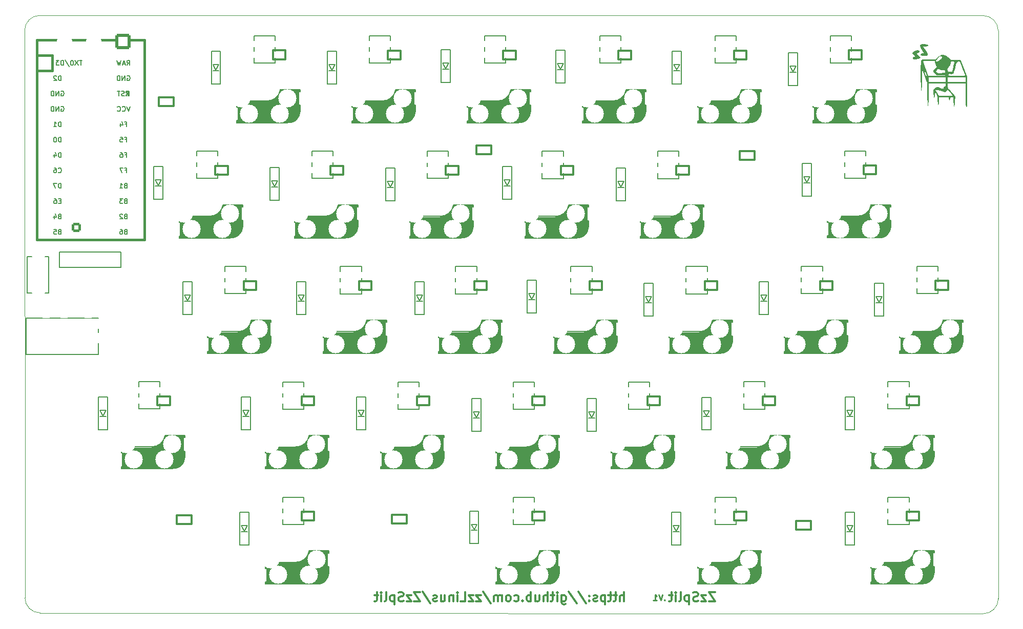
<source format=gbo>
G04 #@! TF.GenerationSoftware,KiCad,Pcbnew,(6.0.7)*
G04 #@! TF.CreationDate,2022-08-10T12:47:21+00:00*
G04 #@! TF.ProjectId,zzsplit-right,7a7a7370-6c69-4742-9d72-696768742e6b,rev?*
G04 #@! TF.SameCoordinates,Original*
G04 #@! TF.FileFunction,Legend,Bot*
G04 #@! TF.FilePolarity,Positive*
%FSLAX46Y46*%
G04 Gerber Fmt 4.6, Leading zero omitted, Abs format (unit mm)*
G04 Created by KiCad (PCBNEW (6.0.7)) date 2022-08-10 12:47:21*
%MOMM*%
%LPD*%
G01*
G04 APERTURE LIST*
G04 Aperture macros list*
%AMRoundRect*
0 Rectangle with rounded corners*
0 $1 Rounding radius*
0 $2 $3 $4 $5 $6 $7 $8 $9 X,Y pos of 4 corners*
0 Add a 4 corners polygon primitive as box body*
4,1,4,$2,$3,$4,$5,$6,$7,$8,$9,$2,$3,0*
0 Add four circle primitives for the rounded corners*
1,1,$1+$1,$2,$3*
1,1,$1+$1,$4,$5*
1,1,$1+$1,$6,$7*
1,1,$1+$1,$8,$9*
0 Add four rect primitives between the rounded corners*
20,1,$1+$1,$2,$3,$4,$5,0*
20,1,$1+$1,$4,$5,$6,$7,0*
20,1,$1+$1,$6,$7,$8,$9,0*
20,1,$1+$1,$8,$9,$2,$3,0*%
G04 Aperture macros list end*
G04 #@! TA.AperFunction,Profile*
%ADD10C,0.150000*%
G04 #@! TD*
G04 #@! TA.AperFunction,Profile*
%ADD11C,0.100000*%
G04 #@! TD*
%ADD12C,0.250000*%
%ADD13C,0.150000*%
%ADD14C,0.300000*%
%ADD15C,3.500000*%
%ADD16C,0.400000*%
%ADD17C,1.000000*%
%ADD18C,0.800000*%
%ADD19C,0.500000*%
%ADD20C,3.000000*%
%ADD21C,0.381000*%
%ADD22R,1.752600X1.752600*%
%ADD23C,1.752600*%
%ADD24C,3.000000*%
%ADD25C,1.700000*%
%ADD26C,1.900000*%
%ADD27C,4.100000*%
%ADD28R,1.600000X1.000000*%
%ADD29R,2.300000X2.000000*%
%ADD30R,0.950000X1.300000*%
%ADD31R,2.000000X1.000000*%
%ADD32C,4.700000*%
%ADD33RoundRect,0.250000X-0.550000X-0.550000X0.550000X-0.550000X0.550000X0.550000X-0.550000X0.550000X0*%
%ADD34C,1.600000*%
%ADD35C,2.000000*%
%ADD36C,1.200000*%
%ADD37O,2.500000X1.700000*%
%ADD38C,1.397000*%
%ADD39RoundRect,0.249999X1.025001X1.025001X-1.025001X1.025001X-1.025001X-1.025001X1.025001X-1.025001X0*%
%ADD40C,2.550000*%
G04 APERTURE END LIST*
D10*
X130560000Y-126630000D02*
X134060000Y-126630000D01*
X134060000Y-112070000D02*
X130560000Y-112070000D01*
X168670000Y-126640000D02*
X172170000Y-126640000D01*
D11*
X87924000Y-49490000D02*
X87964000Y-143250000D01*
D10*
X129320000Y-50370000D02*
X129320000Y-54870000D01*
X205540000Y-126630000D02*
X205540000Y-131130000D01*
D11*
X246333920Y-145889980D02*
X90464000Y-145750000D01*
D10*
X173460000Y-69460000D02*
X176960000Y-69460000D01*
X119820000Y-73940000D02*
X116320000Y-73940000D01*
X210290000Y-112060000D02*
X206790000Y-112060000D01*
X167410000Y-54890000D02*
X163910000Y-54890000D01*
X172170000Y-112070000D02*
X168670000Y-112070000D01*
X192520000Y-73960000D02*
X192520000Y-69460000D01*
X106750000Y-112050000D02*
X106750000Y-107550000D01*
X172170000Y-131140000D02*
X168670000Y-131140000D01*
X205520000Y-50390000D02*
X205520000Y-54890000D01*
X168670000Y-107570000D02*
X172170000Y-107570000D01*
X172170000Y-126640000D02*
X172170000Y-131140000D01*
X196020000Y-73960000D02*
X192520000Y-73960000D01*
X181690000Y-88510000D02*
X181690000Y-93010000D01*
X153130000Y-107580000D02*
X153130000Y-112080000D01*
X202020000Y-54890000D02*
X202020000Y-50390000D01*
X124520000Y-93000000D02*
X121020000Y-93000000D01*
X178190000Y-93010000D02*
X178190000Y-88510000D01*
D11*
X90424000Y-46990000D02*
G75*
G03*
X87924000Y-49490000I0J-2500000D01*
G01*
D10*
X219800000Y-92990000D02*
X216300000Y-92990000D01*
X202020000Y-50390000D02*
X205520000Y-50390000D01*
X134060000Y-107570000D02*
X134060000Y-112070000D01*
X130560000Y-107570000D02*
X134060000Y-107570000D01*
X149630000Y-107580000D02*
X153130000Y-107580000D01*
X226950000Y-73910000D02*
X223450000Y-73910000D01*
D11*
X246333920Y-145889980D02*
G75*
G03*
X248854000Y-143380000I10080J2509980D01*
G01*
D10*
X202040000Y-131130000D02*
X202040000Y-126630000D01*
X234110000Y-126630000D02*
X234110000Y-131130000D01*
X221060000Y-50370000D02*
X224560000Y-50370000D01*
X235370000Y-92980000D02*
X235370000Y-88480000D01*
X143580000Y-93010000D02*
X140080000Y-93010000D01*
D11*
X248824019Y-49520000D02*
X248854000Y-143380000D01*
D10*
X138870000Y-69440000D02*
X138870000Y-73940000D01*
X238870000Y-88480000D02*
X238870000Y-92980000D01*
X202040000Y-126630000D02*
X205540000Y-126630000D01*
X138870000Y-73940000D02*
X135370000Y-73940000D01*
X124520000Y-88500000D02*
X124520000Y-93000000D01*
X230610000Y-126630000D02*
X234110000Y-126630000D01*
X129320000Y-54870000D02*
X125820000Y-54870000D01*
X197240000Y-88510000D02*
X200740000Y-88510000D01*
X238870000Y-92980000D02*
X235370000Y-92980000D01*
X230600000Y-107550000D02*
X234100000Y-107550000D01*
X162630000Y-93010000D02*
X159130000Y-93010000D01*
X182960000Y-54890000D02*
X182960000Y-50390000D01*
X187730000Y-112070000D02*
X187730000Y-107570000D01*
X192520000Y-69460000D02*
X196020000Y-69460000D01*
X157920000Y-73950000D02*
X154420000Y-73950000D01*
X140080000Y-88510000D02*
X143580000Y-88510000D01*
X224560000Y-54870000D02*
X221060000Y-54870000D01*
X186460000Y-54890000D02*
X182960000Y-54890000D01*
X178190000Y-88510000D02*
X181690000Y-88510000D01*
X216300000Y-92990000D02*
X216300000Y-88490000D01*
X163910000Y-50390000D02*
X167410000Y-50390000D01*
X230610000Y-131130000D02*
X230610000Y-126630000D01*
X154420000Y-69450000D02*
X157920000Y-69450000D01*
X168670000Y-131140000D02*
X168670000Y-126640000D01*
X210290000Y-107560000D02*
X210290000Y-112060000D01*
X140080000Y-93010000D02*
X140080000Y-88510000D01*
X121020000Y-93000000D02*
X121020000Y-88500000D01*
X172170000Y-107570000D02*
X172170000Y-112070000D01*
X167410000Y-50390000D02*
X167410000Y-54890000D01*
X168670000Y-112070000D02*
X168670000Y-107570000D01*
X134060000Y-131130000D02*
X130560000Y-131130000D01*
X121020000Y-88500000D02*
X124520000Y-88500000D01*
X159130000Y-93010000D02*
X159130000Y-88510000D01*
X119820000Y-69440000D02*
X119820000Y-73940000D01*
X159130000Y-88510000D02*
X162630000Y-88510000D01*
X234110000Y-131130000D02*
X230610000Y-131130000D01*
X143580000Y-88510000D02*
X143580000Y-93010000D01*
X219800000Y-88490000D02*
X219800000Y-92990000D01*
X191230000Y-107570000D02*
X191230000Y-112070000D01*
X116320000Y-73940000D02*
X116320000Y-69440000D01*
X110250000Y-112050000D02*
X106750000Y-112050000D01*
X144860000Y-50390000D02*
X148360000Y-50390000D01*
X224560000Y-50370000D02*
X224560000Y-54870000D01*
X176960000Y-73960000D02*
X173460000Y-73960000D01*
X197240000Y-93010000D02*
X197240000Y-88510000D01*
D11*
X87964000Y-143250000D02*
G75*
G03*
X90464000Y-145750000I2500000J0D01*
G01*
D10*
X148360000Y-50390000D02*
X148360000Y-54890000D01*
X226950000Y-69410000D02*
X226950000Y-73910000D01*
X130560000Y-112070000D02*
X130560000Y-107570000D01*
X223450000Y-73910000D02*
X223450000Y-69410000D01*
X106750000Y-107550000D02*
X110250000Y-107550000D01*
X135370000Y-73940000D02*
X135370000Y-69440000D01*
X176960000Y-69460000D02*
X176960000Y-73960000D01*
X205540000Y-131130000D02*
X202040000Y-131130000D01*
X116320000Y-69440000D02*
X119820000Y-69440000D01*
X200740000Y-88510000D02*
X200740000Y-93010000D01*
X196020000Y-69460000D02*
X196020000Y-73960000D01*
X206790000Y-112060000D02*
X206790000Y-107560000D01*
X234100000Y-112050000D02*
X230600000Y-112050000D01*
X181690000Y-93010000D02*
X178190000Y-93010000D01*
X191230000Y-112070000D02*
X187730000Y-112070000D01*
X187730000Y-107570000D02*
X191230000Y-107570000D01*
X200740000Y-93010000D02*
X197240000Y-93010000D01*
X235370000Y-88480000D02*
X238870000Y-88480000D01*
X148360000Y-54890000D02*
X144860000Y-54890000D01*
X134060000Y-126630000D02*
X134060000Y-131130000D01*
X153130000Y-112080000D02*
X149630000Y-112080000D01*
X154420000Y-73950000D02*
X154420000Y-69450000D01*
X162630000Y-88510000D02*
X162630000Y-93010000D01*
X221060000Y-54870000D02*
X221060000Y-50370000D01*
X186460000Y-50390000D02*
X186460000Y-54890000D01*
X110250000Y-107550000D02*
X110250000Y-112050000D01*
X206790000Y-107560000D02*
X210290000Y-107560000D01*
X135370000Y-69440000D02*
X138870000Y-69440000D01*
X163910000Y-54890000D02*
X163910000Y-50390000D01*
X125820000Y-50370000D02*
X129320000Y-50370000D01*
X149630000Y-112080000D02*
X149630000Y-107580000D01*
X157920000Y-69450000D02*
X157920000Y-73950000D01*
D11*
X248824019Y-49520000D02*
G75*
G03*
X246334000Y-47020001I-2500019J0D01*
G01*
D10*
X234100000Y-107550000D02*
X234100000Y-112050000D01*
X230600000Y-112050000D02*
X230600000Y-107550000D01*
X173460000Y-73960000D02*
X173460000Y-69460000D01*
X144860000Y-54890000D02*
X144860000Y-50390000D01*
X130560000Y-131130000D02*
X130560000Y-126630000D01*
X223450000Y-69410000D02*
X226950000Y-69410000D01*
X182960000Y-50390000D02*
X186460000Y-50390000D01*
D11*
X90424000Y-46990000D02*
X246334000Y-47020001D01*
D10*
X125820000Y-54870000D02*
X125820000Y-50370000D01*
X205520000Y-54890000D02*
X202020000Y-54890000D01*
X216300000Y-88490000D02*
X219800000Y-88490000D01*
D12*
X193694761Y-143607142D02*
X193647142Y-143654761D01*
X193694761Y-143702380D01*
X193742380Y-143654761D01*
X193694761Y-143607142D01*
X193694761Y-143702380D01*
X193361428Y-142702380D02*
X193028095Y-143702380D01*
X192694761Y-142702380D01*
X191837619Y-143702380D02*
X192409047Y-143702380D01*
X192123333Y-143702380D02*
X192123333Y-142702380D01*
X192218571Y-142845238D01*
X192313809Y-142940476D01*
X192409047Y-142988095D01*
D13*
X93954523Y-59544000D02*
X94030714Y-59505904D01*
X94145000Y-59505904D01*
X94259285Y-59544000D01*
X94335476Y-59620190D01*
X94373571Y-59696380D01*
X94411666Y-59848761D01*
X94411666Y-59963047D01*
X94373571Y-60115428D01*
X94335476Y-60191619D01*
X94259285Y-60267809D01*
X94145000Y-60305904D01*
X94068809Y-60305904D01*
X93954523Y-60267809D01*
X93916428Y-60229714D01*
X93916428Y-59963047D01*
X94068809Y-59963047D01*
X93573571Y-60305904D02*
X93573571Y-59505904D01*
X93116428Y-60305904D01*
X93116428Y-59505904D01*
X92735476Y-60305904D02*
X92735476Y-59505904D01*
X92545000Y-59505904D01*
X92430714Y-59544000D01*
X92354523Y-59620190D01*
X92316428Y-59696380D01*
X92278333Y-59848761D01*
X92278333Y-59963047D01*
X92316428Y-60115428D01*
X92354523Y-60191619D01*
X92430714Y-60267809D01*
X92545000Y-60305904D01*
X92735476Y-60305904D01*
X93935476Y-65385904D02*
X93935476Y-64585904D01*
X93745000Y-64585904D01*
X93630714Y-64624000D01*
X93554523Y-64700190D01*
X93516428Y-64776380D01*
X93478333Y-64928761D01*
X93478333Y-65043047D01*
X93516428Y-65195428D01*
X93554523Y-65271619D01*
X93630714Y-65347809D01*
X93745000Y-65385904D01*
X93935476Y-65385904D01*
X92716428Y-65385904D02*
X93173571Y-65385904D01*
X92945000Y-65385904D02*
X92945000Y-64585904D01*
X93021190Y-64700190D01*
X93097380Y-64776380D01*
X93173571Y-64814476D01*
X104590809Y-82746857D02*
X104476523Y-82784952D01*
X104438428Y-82823047D01*
X104400333Y-82899238D01*
X104400333Y-83013523D01*
X104438428Y-83089714D01*
X104476523Y-83127809D01*
X104552714Y-83165904D01*
X104857476Y-83165904D01*
X104857476Y-82365904D01*
X104590809Y-82365904D01*
X104514619Y-82404000D01*
X104476523Y-82442095D01*
X104438428Y-82518285D01*
X104438428Y-82594476D01*
X104476523Y-82670666D01*
X104514619Y-82708761D01*
X104590809Y-82746857D01*
X104857476Y-82746857D01*
X103714619Y-82365904D02*
X103867000Y-82365904D01*
X103943190Y-82404000D01*
X103981285Y-82442095D01*
X104057476Y-82556380D01*
X104095571Y-82708761D01*
X104095571Y-83013523D01*
X104057476Y-83089714D01*
X104019380Y-83127809D01*
X103943190Y-83165904D01*
X103790809Y-83165904D01*
X103714619Y-83127809D01*
X103676523Y-83089714D01*
X103638428Y-83013523D01*
X103638428Y-82823047D01*
X103676523Y-82746857D01*
X103714619Y-82708761D01*
X103790809Y-82670666D01*
X103943190Y-82670666D01*
X104019380Y-82708761D01*
X104057476Y-82746857D01*
X104095571Y-82823047D01*
X97424604Y-54425904D02*
X96967461Y-54425904D01*
X97196032Y-55225904D02*
X97196032Y-54425904D01*
X96776985Y-54425904D02*
X96243651Y-55225904D01*
X96243651Y-54425904D02*
X96776985Y-55225904D01*
X95786508Y-54425904D02*
X95710318Y-54425904D01*
X95634128Y-54464000D01*
X95596032Y-54502095D01*
X95557937Y-54578285D01*
X95519842Y-54730666D01*
X95519842Y-54921142D01*
X95557937Y-55073523D01*
X95596032Y-55149714D01*
X95634128Y-55187809D01*
X95710318Y-55225904D01*
X95786508Y-55225904D01*
X95862699Y-55187809D01*
X95900794Y-55149714D01*
X95938889Y-55073523D01*
X95976985Y-54921142D01*
X95976985Y-54730666D01*
X95938889Y-54578285D01*
X95900794Y-54502095D01*
X95862699Y-54464000D01*
X95786508Y-54425904D01*
X94605556Y-54387809D02*
X95291270Y-55416380D01*
X94338889Y-55225904D02*
X94338889Y-54425904D01*
X94148413Y-54425904D01*
X94034128Y-54464000D01*
X93957937Y-54540190D01*
X93919842Y-54616380D01*
X93881747Y-54768761D01*
X93881747Y-54883047D01*
X93919842Y-55035428D01*
X93957937Y-55111619D01*
X94034128Y-55187809D01*
X94148413Y-55225904D01*
X94338889Y-55225904D01*
X93615080Y-54425904D02*
X93119842Y-54425904D01*
X93386508Y-54730666D01*
X93272223Y-54730666D01*
X93196032Y-54768761D01*
X93157937Y-54806857D01*
X93119842Y-54883047D01*
X93119842Y-55073523D01*
X93157937Y-55149714D01*
X93196032Y-55187809D01*
X93272223Y-55225904D01*
X93500794Y-55225904D01*
X93576985Y-55187809D01*
X93615080Y-55149714D01*
X104590809Y-77666857D02*
X104476523Y-77704952D01*
X104438428Y-77743047D01*
X104400333Y-77819238D01*
X104400333Y-77933523D01*
X104438428Y-78009714D01*
X104476523Y-78047809D01*
X104552714Y-78085904D01*
X104857476Y-78085904D01*
X104857476Y-77285904D01*
X104590809Y-77285904D01*
X104514619Y-77324000D01*
X104476523Y-77362095D01*
X104438428Y-77438285D01*
X104438428Y-77514476D01*
X104476523Y-77590666D01*
X104514619Y-77628761D01*
X104590809Y-77666857D01*
X104857476Y-77666857D01*
X104133666Y-77285904D02*
X103638428Y-77285904D01*
X103905095Y-77590666D01*
X103790809Y-77590666D01*
X103714619Y-77628761D01*
X103676523Y-77666857D01*
X103638428Y-77743047D01*
X103638428Y-77933523D01*
X103676523Y-78009714D01*
X103714619Y-78047809D01*
X103790809Y-78085904D01*
X104019380Y-78085904D01*
X104095571Y-78047809D01*
X104133666Y-78009714D01*
X93935476Y-67925904D02*
X93935476Y-67125904D01*
X93745000Y-67125904D01*
X93630714Y-67164000D01*
X93554523Y-67240190D01*
X93516428Y-67316380D01*
X93478333Y-67468761D01*
X93478333Y-67583047D01*
X93516428Y-67735428D01*
X93554523Y-67811619D01*
X93630714Y-67887809D01*
X93745000Y-67925904D01*
X93935476Y-67925904D01*
X92983095Y-67125904D02*
X92906904Y-67125904D01*
X92830714Y-67164000D01*
X92792619Y-67202095D01*
X92754523Y-67278285D01*
X92716428Y-67430666D01*
X92716428Y-67621142D01*
X92754523Y-67773523D01*
X92792619Y-67849714D01*
X92830714Y-67887809D01*
X92906904Y-67925904D01*
X92983095Y-67925904D01*
X93059285Y-67887809D01*
X93097380Y-67849714D01*
X93135476Y-67773523D01*
X93173571Y-67621142D01*
X93173571Y-67430666D01*
X93135476Y-67278285D01*
X93097380Y-67202095D01*
X93059285Y-67164000D01*
X92983095Y-67125904D01*
X104590809Y-75126857D02*
X104476523Y-75164952D01*
X104438428Y-75203047D01*
X104400333Y-75279238D01*
X104400333Y-75393523D01*
X104438428Y-75469714D01*
X104476523Y-75507809D01*
X104552714Y-75545904D01*
X104857476Y-75545904D01*
X104857476Y-74745904D01*
X104590809Y-74745904D01*
X104514619Y-74784000D01*
X104476523Y-74822095D01*
X104438428Y-74898285D01*
X104438428Y-74974476D01*
X104476523Y-75050666D01*
X104514619Y-75088761D01*
X104590809Y-75126857D01*
X104857476Y-75126857D01*
X103638428Y-75545904D02*
X104095571Y-75545904D01*
X103867000Y-75545904D02*
X103867000Y-74745904D01*
X103943190Y-74860190D01*
X104019380Y-74936380D01*
X104095571Y-74974476D01*
X93935476Y-75545904D02*
X93935476Y-74745904D01*
X93745000Y-74745904D01*
X93630714Y-74784000D01*
X93554523Y-74860190D01*
X93516428Y-74936380D01*
X93478333Y-75088761D01*
X93478333Y-75203047D01*
X93516428Y-75355428D01*
X93554523Y-75431619D01*
X93630714Y-75507809D01*
X93745000Y-75545904D01*
X93935476Y-75545904D01*
X93211666Y-74745904D02*
X92678333Y-74745904D01*
X93021190Y-75545904D01*
X104379333Y-60247809D02*
X104265047Y-60285904D01*
X104074571Y-60285904D01*
X103998380Y-60247809D01*
X103960285Y-60209714D01*
X103922190Y-60133523D01*
X103922190Y-60057333D01*
X103960285Y-59981142D01*
X103998380Y-59943047D01*
X104074571Y-59904952D01*
X104226952Y-59866857D01*
X104303142Y-59828761D01*
X104341238Y-59790666D01*
X104379333Y-59714476D01*
X104379333Y-59638285D01*
X104341238Y-59562095D01*
X104303142Y-59524000D01*
X104226952Y-59485904D01*
X104036476Y-59485904D01*
X103922190Y-59524000D01*
X103693619Y-59485904D02*
X103236476Y-59485904D01*
X103465047Y-60285904D02*
X103465047Y-59485904D01*
X104533666Y-67506857D02*
X104800333Y-67506857D01*
X104800333Y-67925904D02*
X104800333Y-67125904D01*
X104419380Y-67125904D01*
X103733666Y-67125904D02*
X104114619Y-67125904D01*
X104152714Y-67506857D01*
X104114619Y-67468761D01*
X104038428Y-67430666D01*
X103847952Y-67430666D01*
X103771761Y-67468761D01*
X103733666Y-67506857D01*
X103695571Y-67583047D01*
X103695571Y-67773523D01*
X103733666Y-67849714D01*
X103771761Y-67887809D01*
X103847952Y-67925904D01*
X104038428Y-67925904D01*
X104114619Y-67887809D01*
X104152714Y-67849714D01*
X93935476Y-57765904D02*
X93935476Y-56965904D01*
X93745000Y-56965904D01*
X93630714Y-57004000D01*
X93554523Y-57080190D01*
X93516428Y-57156380D01*
X93478333Y-57308761D01*
X93478333Y-57423047D01*
X93516428Y-57575428D01*
X93554523Y-57651619D01*
X93630714Y-57727809D01*
X93745000Y-57765904D01*
X93935476Y-57765904D01*
X93173571Y-57042095D02*
X93135476Y-57004000D01*
X93059285Y-56965904D01*
X92868809Y-56965904D01*
X92792619Y-57004000D01*
X92754523Y-57042095D01*
X92716428Y-57118285D01*
X92716428Y-57194476D01*
X92754523Y-57308761D01*
X93211666Y-57765904D01*
X92716428Y-57765904D01*
X93668809Y-80206857D02*
X93554523Y-80244952D01*
X93516428Y-80283047D01*
X93478333Y-80359238D01*
X93478333Y-80473523D01*
X93516428Y-80549714D01*
X93554523Y-80587809D01*
X93630714Y-80625904D01*
X93935476Y-80625904D01*
X93935476Y-79825904D01*
X93668809Y-79825904D01*
X93592619Y-79864000D01*
X93554523Y-79902095D01*
X93516428Y-79978285D01*
X93516428Y-80054476D01*
X93554523Y-80130666D01*
X93592619Y-80168761D01*
X93668809Y-80206857D01*
X93935476Y-80206857D01*
X92792619Y-80092571D02*
X92792619Y-80625904D01*
X92983095Y-79787809D02*
X93173571Y-80359238D01*
X92678333Y-80359238D01*
X104533666Y-70046857D02*
X104800333Y-70046857D01*
X104800333Y-70465904D02*
X104800333Y-69665904D01*
X104419380Y-69665904D01*
X103771761Y-69665904D02*
X103924142Y-69665904D01*
X104000333Y-69704000D01*
X104038428Y-69742095D01*
X104114619Y-69856380D01*
X104152714Y-70008761D01*
X104152714Y-70313523D01*
X104114619Y-70389714D01*
X104076523Y-70427809D01*
X104000333Y-70465904D01*
X103847952Y-70465904D01*
X103771761Y-70427809D01*
X103733666Y-70389714D01*
X103695571Y-70313523D01*
X103695571Y-70123047D01*
X103733666Y-70046857D01*
X103771761Y-70008761D01*
X103847952Y-69970666D01*
X104000333Y-69970666D01*
X104076523Y-70008761D01*
X104114619Y-70046857D01*
X104152714Y-70123047D01*
X104533666Y-72586857D02*
X104800333Y-72586857D01*
X104800333Y-73005904D02*
X104800333Y-72205904D01*
X104419380Y-72205904D01*
X104190809Y-72205904D02*
X103657476Y-72205904D01*
X104000333Y-73005904D01*
X104819380Y-55225904D02*
X105086047Y-54844952D01*
X105276523Y-55225904D02*
X105276523Y-54425904D01*
X104971761Y-54425904D01*
X104895571Y-54464000D01*
X104857476Y-54502095D01*
X104819380Y-54578285D01*
X104819380Y-54692571D01*
X104857476Y-54768761D01*
X104895571Y-54806857D01*
X104971761Y-54844952D01*
X105276523Y-54844952D01*
X104514619Y-54997333D02*
X104133666Y-54997333D01*
X104590809Y-55225904D02*
X104324142Y-54425904D01*
X104057476Y-55225904D01*
X103867000Y-54425904D02*
X103676523Y-55225904D01*
X103524142Y-54654476D01*
X103371761Y-55225904D01*
X103181285Y-54425904D01*
X93954523Y-62084000D02*
X94030714Y-62045904D01*
X94145000Y-62045904D01*
X94259285Y-62084000D01*
X94335476Y-62160190D01*
X94373571Y-62236380D01*
X94411666Y-62388761D01*
X94411666Y-62503047D01*
X94373571Y-62655428D01*
X94335476Y-62731619D01*
X94259285Y-62807809D01*
X94145000Y-62845904D01*
X94068809Y-62845904D01*
X93954523Y-62807809D01*
X93916428Y-62769714D01*
X93916428Y-62503047D01*
X94068809Y-62503047D01*
X93573571Y-62845904D02*
X93573571Y-62045904D01*
X93116428Y-62845904D01*
X93116428Y-62045904D01*
X92735476Y-62845904D02*
X92735476Y-62045904D01*
X92545000Y-62045904D01*
X92430714Y-62084000D01*
X92354523Y-62160190D01*
X92316428Y-62236380D01*
X92278333Y-62388761D01*
X92278333Y-62503047D01*
X92316428Y-62655428D01*
X92354523Y-62731619D01*
X92430714Y-62807809D01*
X92545000Y-62845904D01*
X92735476Y-62845904D01*
X93668809Y-82746857D02*
X93554523Y-82784952D01*
X93516428Y-82823047D01*
X93478333Y-82899238D01*
X93478333Y-83013523D01*
X93516428Y-83089714D01*
X93554523Y-83127809D01*
X93630714Y-83165904D01*
X93935476Y-83165904D01*
X93935476Y-82365904D01*
X93668809Y-82365904D01*
X93592619Y-82404000D01*
X93554523Y-82442095D01*
X93516428Y-82518285D01*
X93516428Y-82594476D01*
X93554523Y-82670666D01*
X93592619Y-82708761D01*
X93668809Y-82746857D01*
X93935476Y-82746857D01*
X92754523Y-82365904D02*
X93135476Y-82365904D01*
X93173571Y-82746857D01*
X93135476Y-82708761D01*
X93059285Y-82670666D01*
X92868809Y-82670666D01*
X92792619Y-82708761D01*
X92754523Y-82746857D01*
X92716428Y-82823047D01*
X92716428Y-83013523D01*
X92754523Y-83089714D01*
X92792619Y-83127809D01*
X92868809Y-83165904D01*
X93059285Y-83165904D01*
X93135476Y-83127809D01*
X93173571Y-83089714D01*
X104590809Y-80206857D02*
X104476523Y-80244952D01*
X104438428Y-80283047D01*
X104400333Y-80359238D01*
X104400333Y-80473523D01*
X104438428Y-80549714D01*
X104476523Y-80587809D01*
X104552714Y-80625904D01*
X104857476Y-80625904D01*
X104857476Y-79825904D01*
X104590809Y-79825904D01*
X104514619Y-79864000D01*
X104476523Y-79902095D01*
X104438428Y-79978285D01*
X104438428Y-80054476D01*
X104476523Y-80130666D01*
X104514619Y-80168761D01*
X104590809Y-80206857D01*
X104857476Y-80206857D01*
X104095571Y-79902095D02*
X104057476Y-79864000D01*
X103981285Y-79825904D01*
X103790809Y-79825904D01*
X103714619Y-79864000D01*
X103676523Y-79902095D01*
X103638428Y-79978285D01*
X103638428Y-80054476D01*
X103676523Y-80168761D01*
X104133666Y-80625904D01*
X103638428Y-80625904D01*
X93935476Y-70465904D02*
X93935476Y-69665904D01*
X93745000Y-69665904D01*
X93630714Y-69704000D01*
X93554523Y-69780190D01*
X93516428Y-69856380D01*
X93478333Y-70008761D01*
X93478333Y-70123047D01*
X93516428Y-70275428D01*
X93554523Y-70351619D01*
X93630714Y-70427809D01*
X93745000Y-70465904D01*
X93935476Y-70465904D01*
X92792619Y-69932571D02*
X92792619Y-70465904D01*
X92983095Y-69627809D02*
X93173571Y-70199238D01*
X92678333Y-70199238D01*
X104876523Y-57004000D02*
X104952714Y-56965904D01*
X105067000Y-56965904D01*
X105181285Y-57004000D01*
X105257476Y-57080190D01*
X105295571Y-57156380D01*
X105333666Y-57308761D01*
X105333666Y-57423047D01*
X105295571Y-57575428D01*
X105257476Y-57651619D01*
X105181285Y-57727809D01*
X105067000Y-57765904D01*
X104990809Y-57765904D01*
X104876523Y-57727809D01*
X104838428Y-57689714D01*
X104838428Y-57423047D01*
X104990809Y-57423047D01*
X104495571Y-57765904D02*
X104495571Y-56965904D01*
X104038428Y-57765904D01*
X104038428Y-56965904D01*
X103657476Y-57765904D02*
X103657476Y-56965904D01*
X103467000Y-56965904D01*
X103352714Y-57004000D01*
X103276523Y-57080190D01*
X103238428Y-57156380D01*
X103200333Y-57308761D01*
X103200333Y-57423047D01*
X103238428Y-57575428D01*
X103276523Y-57651619D01*
X103352714Y-57727809D01*
X103467000Y-57765904D01*
X103657476Y-57765904D01*
X105333666Y-62045904D02*
X105067000Y-62845904D01*
X104800333Y-62045904D01*
X104076523Y-62769714D02*
X104114619Y-62807809D01*
X104228904Y-62845904D01*
X104305095Y-62845904D01*
X104419380Y-62807809D01*
X104495571Y-62731619D01*
X104533666Y-62655428D01*
X104571761Y-62503047D01*
X104571761Y-62388761D01*
X104533666Y-62236380D01*
X104495571Y-62160190D01*
X104419380Y-62084000D01*
X104305095Y-62045904D01*
X104228904Y-62045904D01*
X104114619Y-62084000D01*
X104076523Y-62122095D01*
X103276523Y-62769714D02*
X103314619Y-62807809D01*
X103428904Y-62845904D01*
X103505095Y-62845904D01*
X103619380Y-62807809D01*
X103695571Y-62731619D01*
X103733666Y-62655428D01*
X103771761Y-62503047D01*
X103771761Y-62388761D01*
X103733666Y-62236380D01*
X103695571Y-62160190D01*
X103619380Y-62084000D01*
X103505095Y-62045904D01*
X103428904Y-62045904D01*
X103314619Y-62084000D01*
X103276523Y-62122095D01*
X93478333Y-72929714D02*
X93516428Y-72967809D01*
X93630714Y-73005904D01*
X93706904Y-73005904D01*
X93821190Y-72967809D01*
X93897380Y-72891619D01*
X93935476Y-72815428D01*
X93973571Y-72663047D01*
X93973571Y-72548761D01*
X93935476Y-72396380D01*
X93897380Y-72320190D01*
X93821190Y-72244000D01*
X93706904Y-72205904D01*
X93630714Y-72205904D01*
X93516428Y-72244000D01*
X93478333Y-72282095D01*
X92792619Y-72205904D02*
X92945000Y-72205904D01*
X93021190Y-72244000D01*
X93059285Y-72282095D01*
X93135476Y-72396380D01*
X93173571Y-72548761D01*
X93173571Y-72853523D01*
X93135476Y-72929714D01*
X93097380Y-72967809D01*
X93021190Y-73005904D01*
X92868809Y-73005904D01*
X92792619Y-72967809D01*
X92754523Y-72929714D01*
X92716428Y-72853523D01*
X92716428Y-72663047D01*
X92754523Y-72586857D01*
X92792619Y-72548761D01*
X92868809Y-72510666D01*
X93021190Y-72510666D01*
X93097380Y-72548761D01*
X93135476Y-72586857D01*
X93173571Y-72663047D01*
X104533666Y-64966857D02*
X104800333Y-64966857D01*
X104800333Y-65385904D02*
X104800333Y-64585904D01*
X104419380Y-64585904D01*
X103771761Y-64852571D02*
X103771761Y-65385904D01*
X103962238Y-64547809D02*
X104152714Y-65119238D01*
X103657476Y-65119238D01*
X93897380Y-77666857D02*
X93630714Y-77666857D01*
X93516428Y-78085904D02*
X93897380Y-78085904D01*
X93897380Y-77285904D01*
X93516428Y-77285904D01*
X92830714Y-77285904D02*
X92983095Y-77285904D01*
X93059285Y-77324000D01*
X93097380Y-77362095D01*
X93173571Y-77476380D01*
X93211666Y-77628761D01*
X93211666Y-77933523D01*
X93173571Y-78009714D01*
X93135476Y-78047809D01*
X93059285Y-78085904D01*
X92906904Y-78085904D01*
X92830714Y-78047809D01*
X92792619Y-78009714D01*
X92754523Y-77933523D01*
X92754523Y-77743047D01*
X92792619Y-77666857D01*
X92830714Y-77628761D01*
X92906904Y-77590666D01*
X93059285Y-77590666D01*
X93135476Y-77628761D01*
X93173571Y-77666857D01*
X93211666Y-77743047D01*
D14*
X202005142Y-142305428D02*
X200989142Y-142305428D01*
X202005142Y-143829428D01*
X200989142Y-143829428D01*
X200553714Y-142813428D02*
X199755428Y-142813428D01*
X200553714Y-143829428D01*
X199755428Y-143829428D01*
X199247428Y-143756857D02*
X199029714Y-143829428D01*
X198666857Y-143829428D01*
X198521714Y-143756857D01*
X198449142Y-143684285D01*
X198376571Y-143539142D01*
X198376571Y-143394000D01*
X198449142Y-143248857D01*
X198521714Y-143176285D01*
X198666857Y-143103714D01*
X198957142Y-143031142D01*
X199102285Y-142958571D01*
X199174857Y-142886000D01*
X199247428Y-142740857D01*
X199247428Y-142595714D01*
X199174857Y-142450571D01*
X199102285Y-142378000D01*
X198957142Y-142305428D01*
X198594285Y-142305428D01*
X198376571Y-142378000D01*
X197723428Y-142813428D02*
X197723428Y-144337428D01*
X197723428Y-142886000D02*
X197578285Y-142813428D01*
X197288000Y-142813428D01*
X197142857Y-142886000D01*
X197070285Y-142958571D01*
X196997714Y-143103714D01*
X196997714Y-143539142D01*
X197070285Y-143684285D01*
X197142857Y-143756857D01*
X197288000Y-143829428D01*
X197578285Y-143829428D01*
X197723428Y-143756857D01*
X196126857Y-143829428D02*
X196272000Y-143756857D01*
X196344571Y-143611714D01*
X196344571Y-142305428D01*
X195546285Y-143829428D02*
X195546285Y-142813428D01*
X195546285Y-142305428D02*
X195618857Y-142378000D01*
X195546285Y-142450571D01*
X195473714Y-142378000D01*
X195546285Y-142305428D01*
X195546285Y-142450571D01*
X195038285Y-142813428D02*
X194457714Y-142813428D01*
X194820571Y-142305428D02*
X194820571Y-143611714D01*
X194748000Y-143756857D01*
X194602857Y-143829428D01*
X194457714Y-143829428D01*
X186982857Y-143829428D02*
X186982857Y-142305428D01*
X186329714Y-143829428D02*
X186329714Y-143031142D01*
X186402285Y-142886000D01*
X186547428Y-142813428D01*
X186765142Y-142813428D01*
X186910285Y-142886000D01*
X186982857Y-142958571D01*
X185821714Y-142813428D02*
X185241142Y-142813428D01*
X185604000Y-142305428D02*
X185604000Y-143611714D01*
X185531428Y-143756857D01*
X185386285Y-143829428D01*
X185241142Y-143829428D01*
X184950857Y-142813428D02*
X184370285Y-142813428D01*
X184733142Y-142305428D02*
X184733142Y-143611714D01*
X184660571Y-143756857D01*
X184515428Y-143829428D01*
X184370285Y-143829428D01*
X183862285Y-142813428D02*
X183862285Y-144337428D01*
X183862285Y-142886000D02*
X183717142Y-142813428D01*
X183426857Y-142813428D01*
X183281714Y-142886000D01*
X183209142Y-142958571D01*
X183136571Y-143103714D01*
X183136571Y-143539142D01*
X183209142Y-143684285D01*
X183281714Y-143756857D01*
X183426857Y-143829428D01*
X183717142Y-143829428D01*
X183862285Y-143756857D01*
X182556000Y-143756857D02*
X182410857Y-143829428D01*
X182120571Y-143829428D01*
X181975428Y-143756857D01*
X181902857Y-143611714D01*
X181902857Y-143539142D01*
X181975428Y-143394000D01*
X182120571Y-143321428D01*
X182338285Y-143321428D01*
X182483428Y-143248857D01*
X182556000Y-143103714D01*
X182556000Y-143031142D01*
X182483428Y-142886000D01*
X182338285Y-142813428D01*
X182120571Y-142813428D01*
X181975428Y-142886000D01*
X181249714Y-143684285D02*
X181177142Y-143756857D01*
X181249714Y-143829428D01*
X181322285Y-143756857D01*
X181249714Y-143684285D01*
X181249714Y-143829428D01*
X181249714Y-142886000D02*
X181177142Y-142958571D01*
X181249714Y-143031142D01*
X181322285Y-142958571D01*
X181249714Y-142886000D01*
X181249714Y-143031142D01*
X179435428Y-142232857D02*
X180741714Y-144192285D01*
X177838857Y-142232857D02*
X179145142Y-144192285D01*
X176677714Y-142813428D02*
X176677714Y-144047142D01*
X176750285Y-144192285D01*
X176822857Y-144264857D01*
X176968000Y-144337428D01*
X177185714Y-144337428D01*
X177330857Y-144264857D01*
X176677714Y-143756857D02*
X176822857Y-143829428D01*
X177113142Y-143829428D01*
X177258285Y-143756857D01*
X177330857Y-143684285D01*
X177403428Y-143539142D01*
X177403428Y-143103714D01*
X177330857Y-142958571D01*
X177258285Y-142886000D01*
X177113142Y-142813428D01*
X176822857Y-142813428D01*
X176677714Y-142886000D01*
X175952000Y-143829428D02*
X175952000Y-142813428D01*
X175952000Y-142305428D02*
X176024571Y-142378000D01*
X175952000Y-142450571D01*
X175879428Y-142378000D01*
X175952000Y-142305428D01*
X175952000Y-142450571D01*
X175444000Y-142813428D02*
X174863428Y-142813428D01*
X175226285Y-142305428D02*
X175226285Y-143611714D01*
X175153714Y-143756857D01*
X175008571Y-143829428D01*
X174863428Y-143829428D01*
X174355428Y-143829428D02*
X174355428Y-142305428D01*
X173702285Y-143829428D02*
X173702285Y-143031142D01*
X173774857Y-142886000D01*
X173920000Y-142813428D01*
X174137714Y-142813428D01*
X174282857Y-142886000D01*
X174355428Y-142958571D01*
X172323428Y-142813428D02*
X172323428Y-143829428D01*
X172976571Y-142813428D02*
X172976571Y-143611714D01*
X172904000Y-143756857D01*
X172758857Y-143829428D01*
X172541142Y-143829428D01*
X172396000Y-143756857D01*
X172323428Y-143684285D01*
X171597714Y-143829428D02*
X171597714Y-142305428D01*
X171597714Y-142886000D02*
X171452571Y-142813428D01*
X171162285Y-142813428D01*
X171017142Y-142886000D01*
X170944571Y-142958571D01*
X170872000Y-143103714D01*
X170872000Y-143539142D01*
X170944571Y-143684285D01*
X171017142Y-143756857D01*
X171162285Y-143829428D01*
X171452571Y-143829428D01*
X171597714Y-143756857D01*
X170218857Y-143684285D02*
X170146285Y-143756857D01*
X170218857Y-143829428D01*
X170291428Y-143756857D01*
X170218857Y-143684285D01*
X170218857Y-143829428D01*
X168840000Y-143756857D02*
X168985142Y-143829428D01*
X169275428Y-143829428D01*
X169420571Y-143756857D01*
X169493142Y-143684285D01*
X169565714Y-143539142D01*
X169565714Y-143103714D01*
X169493142Y-142958571D01*
X169420571Y-142886000D01*
X169275428Y-142813428D01*
X168985142Y-142813428D01*
X168840000Y-142886000D01*
X167969142Y-143829428D02*
X168114285Y-143756857D01*
X168186857Y-143684285D01*
X168259428Y-143539142D01*
X168259428Y-143103714D01*
X168186857Y-142958571D01*
X168114285Y-142886000D01*
X167969142Y-142813428D01*
X167751428Y-142813428D01*
X167606285Y-142886000D01*
X167533714Y-142958571D01*
X167461142Y-143103714D01*
X167461142Y-143539142D01*
X167533714Y-143684285D01*
X167606285Y-143756857D01*
X167751428Y-143829428D01*
X167969142Y-143829428D01*
X166808000Y-143829428D02*
X166808000Y-142813428D01*
X166808000Y-142958571D02*
X166735428Y-142886000D01*
X166590285Y-142813428D01*
X166372571Y-142813428D01*
X166227428Y-142886000D01*
X166154857Y-143031142D01*
X166154857Y-143829428D01*
X166154857Y-143031142D02*
X166082285Y-142886000D01*
X165937142Y-142813428D01*
X165719428Y-142813428D01*
X165574285Y-142886000D01*
X165501714Y-143031142D01*
X165501714Y-143829428D01*
X163687428Y-142232857D02*
X164993714Y-144192285D01*
X163324571Y-142813428D02*
X162526285Y-142813428D01*
X163324571Y-143829428D01*
X162526285Y-143829428D01*
X162090857Y-142813428D02*
X161292571Y-142813428D01*
X162090857Y-143829428D01*
X161292571Y-143829428D01*
X159986285Y-143829428D02*
X160712000Y-143829428D01*
X160712000Y-142305428D01*
X159478285Y-143829428D02*
X159478285Y-142813428D01*
X159478285Y-142305428D02*
X159550857Y-142378000D01*
X159478285Y-142450571D01*
X159405714Y-142378000D01*
X159478285Y-142305428D01*
X159478285Y-142450571D01*
X158752571Y-142813428D02*
X158752571Y-143829428D01*
X158752571Y-142958571D02*
X158680000Y-142886000D01*
X158534857Y-142813428D01*
X158317142Y-142813428D01*
X158172000Y-142886000D01*
X158099428Y-143031142D01*
X158099428Y-143829428D01*
X156720571Y-142813428D02*
X156720571Y-143829428D01*
X157373714Y-142813428D02*
X157373714Y-143611714D01*
X157301142Y-143756857D01*
X157156000Y-143829428D01*
X156938285Y-143829428D01*
X156793142Y-143756857D01*
X156720571Y-143684285D01*
X156067428Y-143756857D02*
X155922285Y-143829428D01*
X155632000Y-143829428D01*
X155486857Y-143756857D01*
X155414285Y-143611714D01*
X155414285Y-143539142D01*
X155486857Y-143394000D01*
X155632000Y-143321428D01*
X155849714Y-143321428D01*
X155994857Y-143248857D01*
X156067428Y-143103714D01*
X156067428Y-143031142D01*
X155994857Y-142886000D01*
X155849714Y-142813428D01*
X155632000Y-142813428D01*
X155486857Y-142886000D01*
X153672571Y-142232857D02*
X154978857Y-144192285D01*
X153309714Y-142305428D02*
X152293714Y-142305428D01*
X153309714Y-143829428D01*
X152293714Y-143829428D01*
X151858285Y-142813428D02*
X151060000Y-142813428D01*
X151858285Y-143829428D01*
X151060000Y-143829428D01*
X150552000Y-143756857D02*
X150334285Y-143829428D01*
X149971428Y-143829428D01*
X149826285Y-143756857D01*
X149753714Y-143684285D01*
X149681142Y-143539142D01*
X149681142Y-143394000D01*
X149753714Y-143248857D01*
X149826285Y-143176285D01*
X149971428Y-143103714D01*
X150261714Y-143031142D01*
X150406857Y-142958571D01*
X150479428Y-142886000D01*
X150552000Y-142740857D01*
X150552000Y-142595714D01*
X150479428Y-142450571D01*
X150406857Y-142378000D01*
X150261714Y-142305428D01*
X149898857Y-142305428D01*
X149681142Y-142378000D01*
X149028000Y-142813428D02*
X149028000Y-144337428D01*
X149028000Y-142886000D02*
X148882857Y-142813428D01*
X148592571Y-142813428D01*
X148447428Y-142886000D01*
X148374857Y-142958571D01*
X148302285Y-143103714D01*
X148302285Y-143539142D01*
X148374857Y-143684285D01*
X148447428Y-143756857D01*
X148592571Y-143829428D01*
X148882857Y-143829428D01*
X149028000Y-143756857D01*
X147431428Y-143829428D02*
X147576571Y-143756857D01*
X147649142Y-143611714D01*
X147649142Y-142305428D01*
X146850857Y-143829428D02*
X146850857Y-142813428D01*
X146850857Y-142305428D02*
X146923428Y-142378000D01*
X146850857Y-142450571D01*
X146778285Y-142378000D01*
X146850857Y-142305428D01*
X146850857Y-142450571D01*
X146342857Y-142813428D02*
X145762285Y-142813428D01*
X146125142Y-142305428D02*
X146125142Y-143611714D01*
X146052571Y-143756857D01*
X145907428Y-143829428D01*
X145762285Y-143829428D01*
D13*
X190610000Y-62840000D02*
X190610000Y-61840000D01*
X180110000Y-61140000D02*
X180110000Y-62140000D01*
D14*
X188130600Y-54240000D02*
X186080600Y-54240000D01*
D13*
X180330000Y-62140000D02*
X180330000Y-64390000D01*
D15*
X182110000Y-62940000D02*
X188810000Y-62940000D01*
D16*
X180310000Y-62040000D02*
X180310000Y-61340000D01*
D13*
X190380000Y-61840000D02*
X190380000Y-59600000D01*
D17*
X180810000Y-64140000D02*
X180810000Y-61640000D01*
D16*
X180310000Y-64540000D02*
X181710000Y-64540000D01*
D14*
X188130600Y-52790000D02*
X188130600Y-54240000D01*
D13*
X180310000Y-64390000D02*
X180110000Y-64390000D01*
X180110000Y-64390000D02*
X180110000Y-64740000D01*
D18*
X190010000Y-59740000D02*
X190010000Y-61539999D01*
D13*
X180110000Y-62140000D02*
X180310000Y-62140000D01*
X185110000Y-61140000D02*
X180110000Y-61140000D01*
D19*
X180410000Y-61440000D02*
X181810000Y-61440000D01*
D13*
X190610000Y-59240000D02*
X187330000Y-59240000D01*
D14*
X190510000Y-61940001D02*
X190510000Y-62840000D01*
D13*
X190410000Y-59600000D02*
X190610000Y-59600000D01*
D14*
X186080600Y-54240000D02*
X186080600Y-52790000D01*
X186080600Y-52790000D02*
X188130600Y-52790000D01*
D13*
X180110000Y-64740000D02*
X188510001Y-64740000D01*
X190610000Y-59240000D02*
X190610000Y-59600000D01*
D20*
X188880000Y-63240000D02*
X188880000Y-61000000D01*
D19*
X190410000Y-59440000D02*
X187710000Y-59440000D01*
D13*
X190610000Y-61840000D02*
X190410000Y-61840000D01*
X188510001Y-64740001D02*
G75*
G03*
X190610000Y-62839999I100000J1999999D01*
G01*
X185110000Y-61140000D02*
G75*
G03*
X187326318Y-59261471I65001J2169999D01*
G01*
D17*
X185510000Y-61540000D02*
G75*
G03*
X187726318Y-59661471I65001J2169999D01*
G01*
D14*
X169080600Y-54240000D02*
X167030600Y-54240000D01*
D13*
X161260000Y-64390000D02*
X161060000Y-64390000D01*
X161060000Y-62140000D02*
X161260000Y-62140000D01*
X161060000Y-64390000D02*
X161060000Y-64740000D01*
D19*
X171360000Y-59440000D02*
X168660000Y-59440000D01*
D16*
X161260000Y-64540000D02*
X162660000Y-64540000D01*
D18*
X170960000Y-59740000D02*
X170960000Y-61539999D01*
D13*
X166060000Y-61140000D02*
X161060000Y-61140000D01*
X171560000Y-62840000D02*
X171560000Y-61840000D01*
X171360000Y-59600000D02*
X171560000Y-59600000D01*
D19*
X161360000Y-61440000D02*
X162760000Y-61440000D01*
D14*
X167030600Y-54240000D02*
X167030600Y-52790000D01*
X169080600Y-52790000D02*
X169080600Y-54240000D01*
D13*
X161060000Y-64740000D02*
X169460001Y-64740000D01*
X161280000Y-62140000D02*
X161280000Y-64390000D01*
D15*
X163060000Y-62940000D02*
X169760000Y-62940000D01*
D13*
X161060000Y-61140000D02*
X161060000Y-62140000D01*
D14*
X167030600Y-52790000D02*
X169080600Y-52790000D01*
D13*
X171560000Y-59240000D02*
X168280000Y-59240000D01*
X171560000Y-59240000D02*
X171560000Y-59600000D01*
D20*
X169830000Y-63240000D02*
X169830000Y-61000000D01*
D16*
X161260000Y-62040000D02*
X161260000Y-61340000D01*
D13*
X171330000Y-61840000D02*
X171330000Y-59600000D01*
D17*
X161760000Y-64140000D02*
X161760000Y-61640000D01*
D13*
X171560000Y-61840000D02*
X171360000Y-61840000D01*
D14*
X171460000Y-61940001D02*
X171460000Y-62840000D01*
D13*
X166060000Y-61140000D02*
G75*
G03*
X168276318Y-59261471I65001J2169999D01*
G01*
D17*
X166460000Y-61540000D02*
G75*
G03*
X168676318Y-59661471I65001J2169999D01*
G01*
D13*
X169460001Y-64740001D02*
G75*
G03*
X171560000Y-62839999I100000J1999999D01*
G01*
D16*
X189870000Y-81110000D02*
X189870000Y-80410000D01*
D17*
X190370000Y-83210000D02*
X190370000Y-80710000D01*
D13*
X200170000Y-81910000D02*
X200170000Y-80910000D01*
X189870000Y-83460000D02*
X189670000Y-83460000D01*
X199970000Y-78670000D02*
X200170000Y-78670000D01*
D14*
X195640600Y-73310000D02*
X195640600Y-71860000D01*
D13*
X200170000Y-78310000D02*
X196890000Y-78310000D01*
D14*
X197690600Y-71860000D02*
X197690600Y-73310000D01*
D13*
X199940000Y-80910000D02*
X199940000Y-78670000D01*
D15*
X191670000Y-82010000D02*
X198370000Y-82010000D01*
D20*
X198440000Y-82310000D02*
X198440000Y-80070000D01*
D13*
X189670000Y-80210000D02*
X189670000Y-81210000D01*
D19*
X189970000Y-80510000D02*
X191370000Y-80510000D01*
X199970000Y-78510000D02*
X197270000Y-78510000D01*
D16*
X189870000Y-83610000D02*
X191270000Y-83610000D01*
D13*
X200170000Y-78310000D02*
X200170000Y-78670000D01*
X200170000Y-80910000D02*
X199970000Y-80910000D01*
X189670000Y-81210000D02*
X189870000Y-81210000D01*
X189670000Y-83460000D02*
X189670000Y-83810000D01*
D14*
X195640600Y-71860000D02*
X197690600Y-71860000D01*
X200070000Y-81010001D02*
X200070000Y-81910000D01*
D18*
X199570000Y-78810000D02*
X199570000Y-80609999D01*
D13*
X189890000Y-81210000D02*
X189890000Y-83460000D01*
X189670000Y-83810000D02*
X198070001Y-83810000D01*
X194670000Y-80210000D02*
X189670000Y-80210000D01*
D14*
X197690600Y-73310000D02*
X195640600Y-73310000D01*
D13*
X198070001Y-83810001D02*
G75*
G03*
X200170000Y-81909999I100000J1999999D01*
G01*
X194670000Y-80210000D02*
G75*
G03*
X196886318Y-78331471I65001J2169999D01*
G01*
D17*
X195070000Y-80610000D02*
G75*
G03*
X197286318Y-78731471I65001J2169999D01*
G01*
D13*
X176000000Y-55960000D02*
X177000000Y-55960000D01*
X177250000Y-52760000D02*
X175750000Y-52760000D01*
X176500000Y-55860000D02*
X176000000Y-54960000D01*
X177000000Y-54960000D02*
X176500000Y-55860000D01*
X177250000Y-58160000D02*
X177250000Y-52760000D01*
X175750000Y-52760000D02*
X175750000Y-58160000D01*
X175750000Y-58160000D02*
X177250000Y-58160000D01*
X176000000Y-54960000D02*
X177000000Y-54960000D01*
X217920000Y-71468000D02*
X216420000Y-71468000D01*
X216670000Y-73668000D02*
X217670000Y-73668000D01*
X216670000Y-74668000D02*
X217670000Y-74668000D01*
X217670000Y-73668000D02*
X217170000Y-74568000D01*
X216420000Y-71468000D02*
X216420000Y-76868000D01*
X216420000Y-76868000D02*
X217920000Y-76868000D01*
X217920000Y-76868000D02*
X217920000Y-71468000D01*
X217170000Y-74568000D02*
X216670000Y-73668000D01*
D20*
X122240000Y-82290000D02*
X122240000Y-80050000D01*
D13*
X123740000Y-80890000D02*
X123740000Y-78650000D01*
X113670000Y-83440000D02*
X113470000Y-83440000D01*
D16*
X113670000Y-81090000D02*
X113670000Y-80390000D01*
D13*
X113470000Y-81190000D02*
X113670000Y-81190000D01*
X123970000Y-78290000D02*
X120690000Y-78290000D01*
D14*
X119440600Y-73290000D02*
X119440600Y-71840000D01*
D13*
X113470000Y-80190000D02*
X113470000Y-81190000D01*
D14*
X119440600Y-71840000D02*
X121490600Y-71840000D01*
D13*
X123970000Y-81890000D02*
X123970000Y-80890000D01*
X113690000Y-81190000D02*
X113690000Y-83440000D01*
X113470000Y-83440000D02*
X113470000Y-83790000D01*
D19*
X123770000Y-78490000D02*
X121070000Y-78490000D01*
D18*
X123370000Y-78790000D02*
X123370000Y-80589999D01*
D13*
X123770000Y-78650000D02*
X123970000Y-78650000D01*
X123970000Y-78290000D02*
X123970000Y-78650000D01*
D14*
X121490600Y-71840000D02*
X121490600Y-73290000D01*
X121490600Y-73290000D02*
X119440600Y-73290000D01*
D17*
X114170000Y-83190000D02*
X114170000Y-80690000D01*
D19*
X113770000Y-80490000D02*
X115170000Y-80490000D01*
D13*
X113470000Y-83790000D02*
X121870001Y-83790000D01*
D16*
X113670000Y-83590000D02*
X115070000Y-83590000D01*
D15*
X115470000Y-81990000D02*
X122170000Y-81990000D01*
D14*
X123870000Y-80990001D02*
X123870000Y-81890000D01*
D13*
X123970000Y-80890000D02*
X123770000Y-80890000D01*
X118470000Y-80190000D02*
X113470000Y-80190000D01*
X118470000Y-80190000D02*
G75*
G03*
X120686318Y-78311471I65001J2169999D01*
G01*
D17*
X118870000Y-80590000D02*
G75*
G03*
X121086318Y-78711471I65001J2169999D01*
G01*
D13*
X121870001Y-83790001D02*
G75*
G03*
X123970000Y-81889999I100000J1999999D01*
G01*
X100338000Y-113276000D02*
X101338000Y-113276000D01*
X101588000Y-110076000D02*
X100088000Y-110076000D01*
X100338000Y-112276000D02*
X101338000Y-112276000D01*
X101588000Y-115476000D02*
X101588000Y-110076000D01*
X100838000Y-113176000D02*
X100338000Y-112276000D01*
X100088000Y-115476000D02*
X101588000Y-115476000D01*
X100088000Y-110076000D02*
X100088000Y-115476000D01*
X101338000Y-112276000D02*
X100838000Y-113176000D01*
D14*
X162615800Y-68460000D02*
X165035800Y-68460000D01*
X165065800Y-69910000D02*
X162615800Y-69910000D01*
X162615800Y-69910000D02*
X162615800Y-68460000D01*
X165065800Y-68460000D02*
X165065800Y-69910000D01*
D13*
X166890000Y-77376000D02*
X168390000Y-77376000D01*
X167140000Y-74176000D02*
X168140000Y-74176000D01*
X168140000Y-74176000D02*
X167640000Y-75076000D01*
X168390000Y-77376000D02*
X168390000Y-71976000D01*
X167640000Y-75076000D02*
X167140000Y-74176000D01*
X168390000Y-71976000D02*
X166890000Y-71976000D01*
X166890000Y-71976000D02*
X166890000Y-77376000D01*
X167140000Y-75176000D02*
X168140000Y-75176000D01*
X123456000Y-129126000D02*
X123456000Y-134526000D01*
X124206000Y-132226000D02*
X123706000Y-131326000D01*
X123706000Y-131326000D02*
X124706000Y-131326000D01*
X124706000Y-131326000D02*
X124206000Y-132226000D01*
X124956000Y-134526000D02*
X124956000Y-129126000D01*
X123706000Y-132326000D02*
X124706000Y-132326000D01*
X124956000Y-129126000D02*
X123456000Y-129126000D01*
X123456000Y-134526000D02*
X124956000Y-134526000D01*
X128460000Y-77555000D02*
X129960000Y-77555000D01*
X128710000Y-75355000D02*
X129710000Y-75355000D01*
X128460000Y-72155000D02*
X128460000Y-77555000D01*
X129210000Y-75255000D02*
X128710000Y-74355000D01*
X128710000Y-74355000D02*
X129710000Y-74355000D01*
X129960000Y-77555000D02*
X129960000Y-72155000D01*
X129960000Y-72155000D02*
X128460000Y-72155000D01*
X129710000Y-74355000D02*
X129210000Y-75255000D01*
X176090000Y-119020000D02*
X176090000Y-116780000D01*
D14*
X173840600Y-109970000D02*
X173840600Y-111420000D01*
D13*
X166020000Y-121570000D02*
X165820000Y-121570000D01*
D17*
X166520000Y-121320000D02*
X166520000Y-118820000D01*
D13*
X176320000Y-116420000D02*
X176320000Y-116780000D01*
D15*
X167820000Y-120120000D02*
X174520000Y-120120000D01*
D13*
X165820000Y-121570000D02*
X165820000Y-121920000D01*
D16*
X166020000Y-119220000D02*
X166020000Y-118520000D01*
D14*
X173840600Y-111420000D02*
X171790600Y-111420000D01*
D13*
X166040000Y-119320000D02*
X166040000Y-121570000D01*
X176320000Y-116420000D02*
X173040000Y-116420000D01*
D19*
X166120000Y-118620000D02*
X167520000Y-118620000D01*
D13*
X170820000Y-118320000D02*
X165820000Y-118320000D01*
D14*
X171790600Y-109970000D02*
X173840600Y-109970000D01*
X176220000Y-119120001D02*
X176220000Y-120020000D01*
D13*
X165820000Y-119320000D02*
X166020000Y-119320000D01*
D19*
X176120000Y-116620000D02*
X173420000Y-116620000D01*
D13*
X165820000Y-118320000D02*
X165820000Y-119320000D01*
D16*
X166020000Y-121720000D02*
X167420000Y-121720000D01*
D18*
X175720000Y-116920000D02*
X175720000Y-118719999D01*
D13*
X176320000Y-119020000D02*
X176120000Y-119020000D01*
X165820000Y-121920000D02*
X174220001Y-121920000D01*
D14*
X171790600Y-111420000D02*
X171790600Y-109970000D01*
D13*
X176320000Y-120020000D02*
X176320000Y-119020000D01*
X176120000Y-116780000D02*
X176320000Y-116780000D01*
D20*
X174590000Y-120420000D02*
X174590000Y-118180000D01*
D17*
X171220000Y-118720000D02*
G75*
G03*
X173436318Y-116841471I65001J2169999D01*
G01*
D13*
X170820000Y-118320000D02*
G75*
G03*
X173036318Y-116441471I65001J2169999D01*
G01*
X174220001Y-121920001D02*
G75*
G03*
X176320000Y-120019999I100000J1999999D01*
G01*
X232520000Y-102480000D02*
X232520000Y-102830000D01*
X243020000Y-97330000D02*
X239740000Y-97330000D01*
D20*
X241290000Y-101330000D02*
X241290000Y-99090000D01*
D14*
X242920000Y-100030001D02*
X242920000Y-100930000D01*
D19*
X242820000Y-97530000D02*
X240120000Y-97530000D01*
D14*
X238490600Y-92330000D02*
X238490600Y-90880000D01*
D13*
X232520000Y-100230000D02*
X232720000Y-100230000D01*
X232520000Y-99230000D02*
X232520000Y-100230000D01*
X242790000Y-99930000D02*
X242790000Y-97690000D01*
X243020000Y-100930000D02*
X243020000Y-99930000D01*
D14*
X238490600Y-90880000D02*
X240540600Y-90880000D01*
D16*
X232720000Y-102630000D02*
X234120000Y-102630000D01*
D13*
X237520000Y-99230000D02*
X232520000Y-99230000D01*
X232720000Y-102480000D02*
X232520000Y-102480000D01*
X243020000Y-99930000D02*
X242820000Y-99930000D01*
D19*
X232820000Y-99530000D02*
X234220000Y-99530000D01*
D13*
X232740000Y-100230000D02*
X232740000Y-102480000D01*
X243020000Y-97330000D02*
X243020000Y-97690000D01*
D18*
X242420000Y-97830000D02*
X242420000Y-99629999D01*
D14*
X240540600Y-92330000D02*
X238490600Y-92330000D01*
D15*
X234520000Y-101030000D02*
X241220000Y-101030000D01*
D13*
X242820000Y-97690000D02*
X243020000Y-97690000D01*
X232520000Y-102830000D02*
X240920001Y-102830000D01*
D16*
X232720000Y-100130000D02*
X232720000Y-99430000D01*
D17*
X233220000Y-102230000D02*
X233220000Y-99730000D01*
D14*
X240540600Y-90880000D02*
X240540600Y-92330000D01*
D13*
X240920001Y-102830001D02*
G75*
G03*
X243020000Y-100929999I100000J1999999D01*
G01*
D17*
X237920000Y-99630000D02*
G75*
G03*
X240136318Y-97751471I65001J2169999D01*
G01*
D13*
X237520000Y-99230000D02*
G75*
G03*
X239736318Y-97351471I65001J2169999D01*
G01*
D17*
X199890000Y-140380000D02*
X199890000Y-137880000D01*
D13*
X199190000Y-138380000D02*
X199390000Y-138380000D01*
X199390000Y-140630000D02*
X199190000Y-140630000D01*
X199410000Y-138380000D02*
X199410000Y-140630000D01*
X209690000Y-135480000D02*
X209690000Y-135840000D01*
D15*
X201190000Y-139180000D02*
X207890000Y-139180000D01*
D13*
X204190000Y-137380000D02*
X199190000Y-137380000D01*
X199190000Y-137380000D02*
X199190000Y-138380000D01*
D14*
X209590000Y-138180001D02*
X209590000Y-139080000D01*
D13*
X209490000Y-135840000D02*
X209690000Y-135840000D01*
D19*
X199490000Y-137680000D02*
X200890000Y-137680000D01*
D14*
X207210600Y-130480000D02*
X205160600Y-130480000D01*
D16*
X199390000Y-140780000D02*
X200790000Y-140780000D01*
D13*
X209460000Y-138080000D02*
X209460000Y-135840000D01*
X209690000Y-138080000D02*
X209490000Y-138080000D01*
D14*
X205160600Y-130480000D02*
X205160600Y-129030000D01*
D13*
X199190000Y-140630000D02*
X199190000Y-140980000D01*
D16*
X199390000Y-138280000D02*
X199390000Y-137580000D01*
D13*
X209690000Y-139080000D02*
X209690000Y-138080000D01*
D14*
X205160600Y-129030000D02*
X207210600Y-129030000D01*
X207210600Y-129030000D02*
X207210600Y-130480000D01*
D18*
X209090000Y-135980000D02*
X209090000Y-137779999D01*
D20*
X207960000Y-139480000D02*
X207960000Y-137240000D01*
D19*
X209490000Y-135680000D02*
X206790000Y-135680000D01*
D13*
X199190000Y-140980000D02*
X207590001Y-140980000D01*
X209690000Y-135480000D02*
X206410000Y-135480000D01*
X204190000Y-137380000D02*
G75*
G03*
X206406318Y-135501471I65001J2169999D01*
G01*
D17*
X204590000Y-137780000D02*
G75*
G03*
X206806318Y-135901471I65001J2169999D01*
G01*
D13*
X207590001Y-140980001D02*
G75*
G03*
X209690000Y-139079999I100000J1999999D01*
G01*
X132520000Y-80190000D02*
X132520000Y-81190000D01*
D20*
X141290000Y-82290000D02*
X141290000Y-80050000D01*
D17*
X133220000Y-83190000D02*
X133220000Y-80690000D01*
D13*
X137520000Y-80190000D02*
X132520000Y-80190000D01*
X143020000Y-78290000D02*
X143020000Y-78650000D01*
X143020000Y-80890000D02*
X142820000Y-80890000D01*
X132720000Y-83440000D02*
X132520000Y-83440000D01*
D19*
X142820000Y-78490000D02*
X140120000Y-78490000D01*
D14*
X142920000Y-80990001D02*
X142920000Y-81890000D01*
D16*
X132720000Y-83590000D02*
X134120000Y-83590000D01*
D14*
X138490600Y-73290000D02*
X138490600Y-71840000D01*
D16*
X132720000Y-81090000D02*
X132720000Y-80390000D01*
D13*
X132520000Y-83790000D02*
X140920001Y-83790000D01*
D15*
X134520000Y-81990000D02*
X141220000Y-81990000D01*
D13*
X132520000Y-81190000D02*
X132720000Y-81190000D01*
X143020000Y-81890000D02*
X143020000Y-80890000D01*
X132740000Y-81190000D02*
X132740000Y-83440000D01*
X132520000Y-83440000D02*
X132520000Y-83790000D01*
X143020000Y-78290000D02*
X139740000Y-78290000D01*
D18*
X142420000Y-78790000D02*
X142420000Y-80589999D01*
D14*
X140540600Y-73290000D02*
X138490600Y-73290000D01*
X140540600Y-71840000D02*
X140540600Y-73290000D01*
D13*
X142790000Y-80890000D02*
X142790000Y-78650000D01*
D19*
X132820000Y-80490000D02*
X134220000Y-80490000D01*
D13*
X142820000Y-78650000D02*
X143020000Y-78650000D01*
D14*
X138490600Y-71840000D02*
X140540600Y-71840000D01*
D13*
X140920001Y-83790001D02*
G75*
G03*
X143020000Y-81889999I100000J1999999D01*
G01*
D17*
X137920000Y-80590000D02*
G75*
G03*
X140136318Y-78711471I65001J2169999D01*
G01*
D13*
X137520000Y-80190000D02*
G75*
G03*
X139736318Y-78311471I65001J2169999D01*
G01*
D14*
X110085800Y-60490000D02*
X112505800Y-60490000D01*
X112535800Y-61940000D02*
X110085800Y-61940000D01*
X110085800Y-61940000D02*
X110085800Y-60490000D01*
X112535800Y-60490000D02*
X112535800Y-61940000D01*
D13*
X223750000Y-97700000D02*
X223950000Y-97700000D01*
D14*
X221470600Y-92340000D02*
X219420600Y-92340000D01*
D13*
X223720000Y-99940000D02*
X223720000Y-97700000D01*
X223950000Y-97340000D02*
X223950000Y-97700000D01*
X223950000Y-100940000D02*
X223950000Y-99940000D01*
X213450000Y-99240000D02*
X213450000Y-100240000D01*
X218450000Y-99240000D02*
X213450000Y-99240000D01*
X213650000Y-102490000D02*
X213450000Y-102490000D01*
D15*
X215450000Y-101040000D02*
X222150000Y-101040000D01*
D14*
X219420600Y-90890000D02*
X221470600Y-90890000D01*
D20*
X222220000Y-101340000D02*
X222220000Y-99100000D01*
D14*
X219420600Y-92340000D02*
X219420600Y-90890000D01*
D13*
X223950000Y-97340000D02*
X220670000Y-97340000D01*
D19*
X223750000Y-97540000D02*
X221050000Y-97540000D01*
X213750000Y-99540000D02*
X215150000Y-99540000D01*
D13*
X213450000Y-102490000D02*
X213450000Y-102840000D01*
D16*
X213650000Y-100140000D02*
X213650000Y-99440000D01*
D14*
X223850000Y-100040001D02*
X223850000Y-100940000D01*
D13*
X213670000Y-100240000D02*
X213670000Y-102490000D01*
D17*
X214150000Y-102240000D02*
X214150000Y-99740000D01*
D14*
X221470600Y-90890000D02*
X221470600Y-92340000D01*
D13*
X213450000Y-100240000D02*
X213650000Y-100240000D01*
D16*
X213650000Y-102640000D02*
X215050000Y-102640000D01*
D18*
X223350000Y-97840000D02*
X223350000Y-99639999D01*
D13*
X223950000Y-99940000D02*
X223750000Y-99940000D01*
X213450000Y-102840000D02*
X221850001Y-102840000D01*
D17*
X218850000Y-99640000D02*
G75*
G03*
X221066318Y-97761471I65001J2169999D01*
G01*
D13*
X221850001Y-102840001D02*
G75*
G03*
X223950000Y-100939999I100000J1999999D01*
G01*
X218450000Y-99240000D02*
G75*
G03*
X220666318Y-97361471I65001J2169999D01*
G01*
D14*
X166680000Y-100060001D02*
X166680000Y-100960000D01*
D13*
X156280000Y-99260000D02*
X156280000Y-100260000D01*
X166780000Y-99960000D02*
X166580000Y-99960000D01*
D18*
X166180000Y-97860000D02*
X166180000Y-99659999D01*
D14*
X164300600Y-90910000D02*
X164300600Y-92360000D01*
X162250600Y-90910000D02*
X164300600Y-90910000D01*
D15*
X158280000Y-101060000D02*
X164980000Y-101060000D01*
D14*
X164300600Y-92360000D02*
X162250600Y-92360000D01*
D13*
X166780000Y-97360000D02*
X166780000Y-97720000D01*
X166780000Y-97360000D02*
X163500000Y-97360000D01*
X156280000Y-102860000D02*
X164680001Y-102860000D01*
D19*
X156580000Y-99560000D02*
X157980000Y-99560000D01*
D13*
X161280000Y-99260000D02*
X156280000Y-99260000D01*
D14*
X162250600Y-92360000D02*
X162250600Y-90910000D01*
D16*
X156480000Y-102660000D02*
X157880000Y-102660000D01*
D13*
X166550000Y-99960000D02*
X166550000Y-97720000D01*
X166580000Y-97720000D02*
X166780000Y-97720000D01*
X166780000Y-100960000D02*
X166780000Y-99960000D01*
D16*
X156480000Y-100160000D02*
X156480000Y-99460000D01*
D13*
X156280000Y-102510000D02*
X156280000Y-102860000D01*
D17*
X156980000Y-102260000D02*
X156980000Y-99760000D01*
D13*
X156280000Y-100260000D02*
X156480000Y-100260000D01*
X156500000Y-100260000D02*
X156500000Y-102510000D01*
D19*
X166580000Y-97560000D02*
X163880000Y-97560000D01*
D20*
X165050000Y-101360000D02*
X165050000Y-99120000D01*
D13*
X156480000Y-102510000D02*
X156280000Y-102510000D01*
X164680001Y-102860001D02*
G75*
G03*
X166780000Y-100959999I100000J1999999D01*
G01*
D17*
X161680000Y-99660000D02*
G75*
G03*
X163896318Y-97781471I65001J2169999D01*
G01*
D13*
X161280000Y-99260000D02*
G75*
G03*
X163496318Y-97381471I65001J2169999D01*
G01*
X137934000Y-52926000D02*
X137934000Y-58326000D01*
X138684000Y-56026000D02*
X138184000Y-55126000D01*
X137934000Y-58326000D02*
X139434000Y-58326000D01*
X138184000Y-55126000D02*
X139184000Y-55126000D01*
X139184000Y-55126000D02*
X138684000Y-56026000D01*
X138184000Y-56126000D02*
X139184000Y-56126000D01*
X139434000Y-58326000D02*
X139434000Y-52926000D01*
X139434000Y-52926000D02*
X137934000Y-52926000D01*
D17*
X123670000Y-64130000D02*
X123670000Y-61630000D01*
D13*
X123190000Y-62130000D02*
X123190000Y-64380000D01*
X122970000Y-62130000D02*
X123170000Y-62130000D01*
X133470000Y-59230000D02*
X133470000Y-59590000D01*
D14*
X128940600Y-52780000D02*
X130990600Y-52780000D01*
D13*
X122970000Y-64380000D02*
X122970000Y-64730000D01*
X127970000Y-61130000D02*
X122970000Y-61130000D01*
X133470000Y-62830000D02*
X133470000Y-61830000D01*
D14*
X130990600Y-54230000D02*
X128940600Y-54230000D01*
X128940600Y-54230000D02*
X128940600Y-52780000D01*
D19*
X133270000Y-59430000D02*
X130570000Y-59430000D01*
D13*
X133240000Y-61830000D02*
X133240000Y-59590000D01*
X122970000Y-64730000D02*
X131370001Y-64730000D01*
D18*
X132870000Y-59730000D02*
X132870000Y-61529999D01*
D14*
X130990600Y-52780000D02*
X130990600Y-54230000D01*
D15*
X124970000Y-62930000D02*
X131670000Y-62930000D01*
D19*
X123270000Y-61430000D02*
X124670000Y-61430000D01*
D16*
X123170000Y-62030000D02*
X123170000Y-61330000D01*
D13*
X133470000Y-59230000D02*
X130190000Y-59230000D01*
D20*
X131740000Y-63230000D02*
X131740000Y-60990000D01*
D13*
X133270000Y-59590000D02*
X133470000Y-59590000D01*
X123170000Y-64380000D02*
X122970000Y-64380000D01*
X122970000Y-61130000D02*
X122970000Y-62130000D01*
D14*
X133370000Y-61930001D02*
X133370000Y-62830000D01*
D13*
X133470000Y-61830000D02*
X133270000Y-61830000D01*
D16*
X123170000Y-64530000D02*
X124570000Y-64530000D01*
D17*
X128370000Y-61530000D02*
G75*
G03*
X130586318Y-59651471I65001J2169999D01*
G01*
D13*
X127970000Y-61130000D02*
G75*
G03*
X130186318Y-59251471I65001J2169999D01*
G01*
X131370001Y-64730001D02*
G75*
G03*
X133470000Y-62829999I100000J1999999D01*
G01*
X157980000Y-54872000D02*
X157480000Y-55772000D01*
X158230000Y-52672000D02*
X156730000Y-52672000D01*
X156730000Y-52672000D02*
X156730000Y-58072000D01*
X156980000Y-55872000D02*
X157980000Y-55872000D01*
X158230000Y-58072000D02*
X158230000Y-52672000D01*
X156730000Y-58072000D02*
X158230000Y-58072000D01*
X156980000Y-54872000D02*
X157980000Y-54872000D01*
X157480000Y-55772000D02*
X156980000Y-54872000D01*
X165820000Y-137390000D02*
X165820000Y-138390000D01*
D19*
X166120000Y-137690000D02*
X167520000Y-137690000D01*
D14*
X171790600Y-129040000D02*
X173840600Y-129040000D01*
D13*
X165820000Y-138390000D02*
X166020000Y-138390000D01*
X165820000Y-140990000D02*
X174220001Y-140990000D01*
X176120000Y-135850000D02*
X176320000Y-135850000D01*
X176320000Y-138090000D02*
X176120000Y-138090000D01*
D17*
X166520000Y-140390000D02*
X166520000Y-137890000D01*
D13*
X170820000Y-137390000D02*
X165820000Y-137390000D01*
D14*
X173840600Y-129040000D02*
X173840600Y-130490000D01*
D16*
X166020000Y-140790000D02*
X167420000Y-140790000D01*
D18*
X175720000Y-135990000D02*
X175720000Y-137789999D01*
D13*
X176090000Y-138090000D02*
X176090000Y-135850000D01*
X176320000Y-139090000D02*
X176320000Y-138090000D01*
D15*
X167820000Y-139190000D02*
X174520000Y-139190000D01*
D14*
X176220000Y-138190001D02*
X176220000Y-139090000D01*
X173840600Y-130490000D02*
X171790600Y-130490000D01*
D16*
X166020000Y-138290000D02*
X166020000Y-137590000D01*
D13*
X166040000Y-138390000D02*
X166040000Y-140640000D01*
D20*
X174590000Y-139490000D02*
X174590000Y-137250000D01*
D14*
X171790600Y-130490000D02*
X171790600Y-129040000D01*
D19*
X176120000Y-135690000D02*
X173420000Y-135690000D01*
D13*
X166020000Y-140640000D02*
X165820000Y-140640000D01*
X176320000Y-135490000D02*
X173040000Y-135490000D01*
X176320000Y-135490000D02*
X176320000Y-135850000D01*
X165820000Y-140640000D02*
X165820000Y-140990000D01*
X170820000Y-137390000D02*
G75*
G03*
X173036318Y-135511471I65001J2169999D01*
G01*
X174220001Y-140990001D02*
G75*
G03*
X176320000Y-139089999I100000J1999999D01*
G01*
D17*
X171220000Y-137790000D02*
G75*
G03*
X173436318Y-135911471I65001J2169999D01*
G01*
D13*
X114308000Y-93226000D02*
X115308000Y-93226000D01*
X115308000Y-93226000D02*
X114808000Y-94126000D01*
X114808000Y-94126000D02*
X114308000Y-93226000D01*
X115558000Y-96426000D02*
X115558000Y-91026000D01*
X114308000Y-94226000D02*
X115308000Y-94226000D01*
X114058000Y-91026000D02*
X114058000Y-96426000D01*
X114058000Y-96426000D02*
X115558000Y-96426000D01*
X115558000Y-91026000D02*
X114058000Y-91026000D01*
X91870000Y-86870000D02*
X91270000Y-86870000D01*
X88370000Y-92870000D02*
X88370000Y-86970000D01*
X88370000Y-92870000D02*
X89070000Y-92870000D01*
X88370000Y-92870000D02*
X88370000Y-86870000D01*
X91870000Y-86870000D02*
X91870000Y-92870000D01*
X88370000Y-86870000D02*
X89070000Y-86870000D01*
X91870000Y-92870000D02*
X91270000Y-92870000D01*
X214134000Y-53180000D02*
X214134000Y-58580000D01*
X215634000Y-58580000D02*
X215634000Y-53180000D01*
X215384000Y-55380000D02*
X214884000Y-56280000D01*
X214384000Y-55380000D02*
X215384000Y-55380000D01*
X215634000Y-53180000D02*
X214134000Y-53180000D01*
X214884000Y-56280000D02*
X214384000Y-55380000D01*
X214384000Y-56380000D02*
X215384000Y-56380000D01*
X214134000Y-58580000D02*
X215634000Y-58580000D01*
D18*
X151910000Y-59740000D02*
X151910000Y-61539999D01*
D13*
X142010000Y-62140000D02*
X142210000Y-62140000D01*
D14*
X147980600Y-52790000D02*
X150030600Y-52790000D01*
X150030600Y-52790000D02*
X150030600Y-54240000D01*
D20*
X150780000Y-63240000D02*
X150780000Y-61000000D01*
D13*
X147010000Y-61140000D02*
X142010000Y-61140000D01*
D17*
X142710000Y-64140000D02*
X142710000Y-61640000D01*
D16*
X142210000Y-62040000D02*
X142210000Y-61340000D01*
D13*
X152310000Y-59600000D02*
X152510000Y-59600000D01*
D19*
X152310000Y-59440000D02*
X149610000Y-59440000D01*
D14*
X150030600Y-54240000D02*
X147980600Y-54240000D01*
D16*
X142210000Y-64540000D02*
X143610000Y-64540000D01*
D13*
X152510000Y-59240000D02*
X149230000Y-59240000D01*
D14*
X152410000Y-61940001D02*
X152410000Y-62840000D01*
D13*
X152510000Y-61840000D02*
X152310000Y-61840000D01*
X142210000Y-64390000D02*
X142010000Y-64390000D01*
X142010000Y-61140000D02*
X142010000Y-62140000D01*
D14*
X147980600Y-54240000D02*
X147980600Y-52790000D01*
D13*
X152510000Y-59240000D02*
X152510000Y-59600000D01*
X142010000Y-64740000D02*
X150410001Y-64740000D01*
X142230000Y-62140000D02*
X142230000Y-64390000D01*
X152510000Y-62840000D02*
X152510000Y-61840000D01*
X152280000Y-61840000D02*
X152280000Y-59600000D01*
D19*
X142310000Y-61440000D02*
X143710000Y-61440000D01*
D13*
X142010000Y-64390000D02*
X142010000Y-64740000D01*
D15*
X144010000Y-62940000D02*
X150710000Y-62940000D01*
D13*
X150410001Y-64740001D02*
G75*
G03*
X152510000Y-62839999I100000J1999999D01*
G01*
D17*
X147410000Y-61540000D02*
G75*
G03*
X149626318Y-59661471I65001J2169999D01*
G01*
D13*
X147010000Y-61140000D02*
G75*
G03*
X149226318Y-59261471I65001J2169999D01*
G01*
D19*
X128470000Y-97550000D02*
X125770000Y-97550000D01*
D15*
X120170000Y-101050000D02*
X126870000Y-101050000D01*
D19*
X118470000Y-99550000D02*
X119870000Y-99550000D01*
D14*
X124140600Y-92350000D02*
X124140600Y-90900000D01*
D13*
X128670000Y-97350000D02*
X125390000Y-97350000D01*
X118390000Y-100250000D02*
X118390000Y-102500000D01*
D14*
X126190600Y-90900000D02*
X126190600Y-92350000D01*
D13*
X118170000Y-102500000D02*
X118170000Y-102850000D01*
X118170000Y-102850000D02*
X126570001Y-102850000D01*
X123170000Y-99250000D02*
X118170000Y-99250000D01*
X118170000Y-99250000D02*
X118170000Y-100250000D01*
X118170000Y-100250000D02*
X118370000Y-100250000D01*
D18*
X128070000Y-97850000D02*
X128070000Y-99649999D01*
D14*
X126190600Y-92350000D02*
X124140600Y-92350000D01*
D17*
X118870000Y-102250000D02*
X118870000Y-99750000D01*
D16*
X118370000Y-102650000D02*
X119770000Y-102650000D01*
D13*
X128670000Y-100950000D02*
X128670000Y-99950000D01*
X128440000Y-99950000D02*
X128440000Y-97710000D01*
X128670000Y-99950000D02*
X128470000Y-99950000D01*
X128470000Y-97710000D02*
X128670000Y-97710000D01*
D14*
X124140600Y-90900000D02*
X126190600Y-90900000D01*
D16*
X118370000Y-100150000D02*
X118370000Y-99450000D01*
D13*
X128670000Y-97350000D02*
X128670000Y-97710000D01*
D20*
X126940000Y-101350000D02*
X126940000Y-99110000D01*
D14*
X128570000Y-100050001D02*
X128570000Y-100950000D01*
D13*
X118370000Y-102500000D02*
X118170000Y-102500000D01*
X123170000Y-99250000D02*
G75*
G03*
X125386318Y-97371471I65001J2169999D01*
G01*
X126570001Y-102850001D02*
G75*
G03*
X128670000Y-100949999I100000J1999999D01*
G01*
D17*
X123570000Y-99650000D02*
G75*
G03*
X125786318Y-97771471I65001J2169999D01*
G01*
D14*
X135740600Y-129040000D02*
X135740600Y-130490000D01*
D16*
X127920000Y-138290000D02*
X127920000Y-137590000D01*
D19*
X128020000Y-137690000D02*
X129420000Y-137690000D01*
D13*
X132720000Y-137390000D02*
X127720000Y-137390000D01*
X127940000Y-138390000D02*
X127940000Y-140640000D01*
D14*
X135740600Y-130490000D02*
X133690600Y-130490000D01*
X133690600Y-129040000D02*
X135740600Y-129040000D01*
D13*
X138220000Y-135490000D02*
X134940000Y-135490000D01*
D15*
X129720000Y-139190000D02*
X136420000Y-139190000D01*
D13*
X127720000Y-137390000D02*
X127720000Y-138390000D01*
X137990000Y-138090000D02*
X137990000Y-135850000D01*
X127920000Y-140640000D02*
X127720000Y-140640000D01*
X138020000Y-135850000D02*
X138220000Y-135850000D01*
X127720000Y-140640000D02*
X127720000Y-140990000D01*
X138220000Y-138090000D02*
X138020000Y-138090000D01*
X138220000Y-139090000D02*
X138220000Y-138090000D01*
X138220000Y-135490000D02*
X138220000Y-135850000D01*
X127720000Y-138390000D02*
X127920000Y-138390000D01*
D17*
X128420000Y-140390000D02*
X128420000Y-137890000D01*
D16*
X127920000Y-140790000D02*
X129320000Y-140790000D01*
D19*
X138020000Y-135690000D02*
X135320000Y-135690000D01*
D20*
X136490000Y-139490000D02*
X136490000Y-137250000D01*
D14*
X133690600Y-130490000D02*
X133690600Y-129040000D01*
X138120000Y-138190001D02*
X138120000Y-139090000D01*
D18*
X137620000Y-135990000D02*
X137620000Y-137789999D01*
D13*
X127720000Y-140990000D02*
X136120001Y-140990000D01*
X136120001Y-140990001D02*
G75*
G03*
X138220000Y-139089999I100000J1999999D01*
G01*
X132720000Y-137390000D02*
G75*
G03*
X134936318Y-135511471I65001J2169999D01*
G01*
D17*
X133120000Y-137790000D02*
G75*
G03*
X135336318Y-135911471I65001J2169999D01*
G01*
D13*
X225032000Y-129126000D02*
X223532000Y-129126000D01*
X224782000Y-131326000D02*
X224282000Y-132226000D01*
X223532000Y-129126000D02*
X223532000Y-134526000D01*
X223782000Y-132326000D02*
X224782000Y-132326000D01*
X224282000Y-132226000D02*
X223782000Y-131326000D01*
X225032000Y-134526000D02*
X225032000Y-129126000D01*
X223782000Y-131326000D02*
X224782000Y-131326000D01*
X223532000Y-134526000D02*
X225032000Y-134526000D01*
X227760000Y-140630000D02*
X227760000Y-140980000D01*
X238260000Y-135480000D02*
X238260000Y-135840000D01*
D14*
X235780600Y-129030000D02*
X235780600Y-130480000D01*
D19*
X238060000Y-135680000D02*
X235360000Y-135680000D01*
D16*
X227960000Y-140780000D02*
X229360000Y-140780000D01*
D13*
X238030000Y-138080000D02*
X238030000Y-135840000D01*
X227960000Y-140630000D02*
X227760000Y-140630000D01*
X227980000Y-138380000D02*
X227980000Y-140630000D01*
X227760000Y-137380000D02*
X227760000Y-138380000D01*
X238260000Y-135480000D02*
X234980000Y-135480000D01*
D20*
X236530000Y-139480000D02*
X236530000Y-137240000D01*
D19*
X228060000Y-137680000D02*
X229460000Y-137680000D01*
D13*
X232760000Y-137380000D02*
X227760000Y-137380000D01*
X238060000Y-135840000D02*
X238260000Y-135840000D01*
D17*
X228460000Y-140380000D02*
X228460000Y-137880000D01*
D13*
X227760000Y-140980000D02*
X236160001Y-140980000D01*
D14*
X233730600Y-129030000D02*
X235780600Y-129030000D01*
D13*
X227760000Y-138380000D02*
X227960000Y-138380000D01*
D14*
X235780600Y-130480000D02*
X233730600Y-130480000D01*
X238160000Y-138180001D02*
X238160000Y-139080000D01*
D13*
X238260000Y-138080000D02*
X238060000Y-138080000D01*
D15*
X229760000Y-139180000D02*
X236460000Y-139180000D01*
D18*
X237660000Y-135980000D02*
X237660000Y-137779999D01*
D14*
X233730600Y-130480000D02*
X233730600Y-129030000D01*
D13*
X238260000Y-139080000D02*
X238260000Y-138080000D01*
D16*
X227960000Y-138280000D02*
X227960000Y-137580000D01*
D17*
X233160000Y-137780000D02*
G75*
G03*
X235376318Y-135901471I65001J2169999D01*
G01*
D13*
X232760000Y-137380000D02*
G75*
G03*
X234976318Y-135501471I65001J2169999D01*
G01*
X236160001Y-140980001D02*
G75*
G03*
X238260000Y-139079999I100000J1999999D01*
G01*
D16*
X194590000Y-102660000D02*
X195990000Y-102660000D01*
D14*
X204790000Y-100060001D02*
X204790000Y-100960000D01*
D18*
X204290000Y-97860000D02*
X204290000Y-99659999D01*
D13*
X204660000Y-99960000D02*
X204660000Y-97720000D01*
D17*
X195090000Y-102260000D02*
X195090000Y-99760000D01*
D15*
X196390000Y-101060000D02*
X203090000Y-101060000D01*
D13*
X199390000Y-99260000D02*
X194390000Y-99260000D01*
X194390000Y-102860000D02*
X202790001Y-102860000D01*
X204890000Y-99960000D02*
X204690000Y-99960000D01*
D14*
X200360600Y-92360000D02*
X200360600Y-90910000D01*
D13*
X204890000Y-100960000D02*
X204890000Y-99960000D01*
D19*
X204690000Y-97560000D02*
X201990000Y-97560000D01*
D13*
X194390000Y-99260000D02*
X194390000Y-100260000D01*
D14*
X202410600Y-92360000D02*
X200360600Y-92360000D01*
D13*
X204890000Y-97360000D02*
X204890000Y-97720000D01*
D14*
X200360600Y-90910000D02*
X202410600Y-90910000D01*
D13*
X194590000Y-102510000D02*
X194390000Y-102510000D01*
X194390000Y-100260000D02*
X194590000Y-100260000D01*
D16*
X194590000Y-100160000D02*
X194590000Y-99460000D01*
D13*
X204690000Y-97720000D02*
X204890000Y-97720000D01*
X194610000Y-100260000D02*
X194610000Y-102510000D01*
D20*
X203160000Y-101360000D02*
X203160000Y-99120000D01*
D13*
X194390000Y-102510000D02*
X194390000Y-102860000D01*
D14*
X202410600Y-90910000D02*
X202410600Y-92360000D01*
D19*
X194690000Y-99560000D02*
X196090000Y-99560000D01*
D13*
X204890000Y-97360000D02*
X201610000Y-97360000D01*
X202790001Y-102860001D02*
G75*
G03*
X204890000Y-100959999I100000J1999999D01*
G01*
X199390000Y-99260000D02*
G75*
G03*
X201606318Y-97381471I65001J2169999D01*
G01*
D17*
X199790000Y-99660000D02*
G75*
G03*
X202006318Y-97781471I65001J2169999D01*
G01*
X104600000Y-121300000D02*
X104600000Y-118800000D01*
D13*
X103900000Y-121550000D02*
X103900000Y-121900000D01*
X103900000Y-121900000D02*
X112300001Y-121900000D01*
D14*
X109870600Y-109950000D02*
X111920600Y-109950000D01*
D13*
X108900000Y-118300000D02*
X103900000Y-118300000D01*
D19*
X104200000Y-118600000D02*
X105600000Y-118600000D01*
D15*
X105900000Y-120100000D02*
X112600000Y-120100000D01*
D14*
X114300000Y-119100001D02*
X114300000Y-120000000D01*
D13*
X104120000Y-119300000D02*
X104120000Y-121550000D01*
X114400000Y-119000000D02*
X114200000Y-119000000D01*
X114170000Y-119000000D02*
X114170000Y-116760000D01*
D14*
X109870600Y-111400000D02*
X109870600Y-109950000D01*
D13*
X103900000Y-119300000D02*
X104100000Y-119300000D01*
D14*
X111920600Y-111400000D02*
X109870600Y-111400000D01*
D19*
X114200000Y-116600000D02*
X111500000Y-116600000D01*
D13*
X104100000Y-121550000D02*
X103900000Y-121550000D01*
D20*
X112670000Y-120400000D02*
X112670000Y-118160000D01*
D18*
X113800000Y-116900000D02*
X113800000Y-118699999D01*
D13*
X114400000Y-120000000D02*
X114400000Y-119000000D01*
X114400000Y-116400000D02*
X111120000Y-116400000D01*
X114200000Y-116760000D02*
X114400000Y-116760000D01*
X103900000Y-118300000D02*
X103900000Y-119300000D01*
D16*
X104100000Y-119200000D02*
X104100000Y-118500000D01*
X104100000Y-121700000D02*
X105500000Y-121700000D01*
D14*
X111920600Y-109950000D02*
X111920600Y-111400000D01*
D13*
X114400000Y-116400000D02*
X114400000Y-116760000D01*
X112300001Y-121900001D02*
G75*
G03*
X114400000Y-119999999I100000J1999999D01*
G01*
D17*
X109300000Y-118700000D02*
G75*
G03*
X111516318Y-116821471I65001J2169999D01*
G01*
D13*
X108900000Y-118300000D02*
G75*
G03*
X111116318Y-116421471I65001J2169999D01*
G01*
X119030000Y-56140000D02*
X120030000Y-56140000D01*
X118780000Y-52940000D02*
X118780000Y-58340000D01*
X119530000Y-56040000D02*
X119030000Y-55140000D01*
X120280000Y-58340000D02*
X120280000Y-52940000D01*
X120030000Y-55140000D02*
X119530000Y-56040000D01*
X118780000Y-58340000D02*
X120280000Y-58340000D01*
X119030000Y-55140000D02*
X120030000Y-55140000D01*
X120280000Y-52940000D02*
X118780000Y-52940000D01*
X186436000Y-75330000D02*
X185936000Y-74430000D01*
X185686000Y-77630000D02*
X187186000Y-77630000D01*
X185936000Y-75430000D02*
X186936000Y-75430000D01*
X187186000Y-72230000D02*
X185686000Y-72230000D01*
X187186000Y-77630000D02*
X187186000Y-72230000D01*
X186936000Y-74430000D02*
X186436000Y-75330000D01*
X185686000Y-72230000D02*
X185686000Y-77630000D01*
X185936000Y-74430000D02*
X186936000Y-74430000D01*
X88130000Y-97015000D02*
X100130000Y-97015000D01*
X100130000Y-103015000D02*
X88130000Y-103015000D01*
X100130000Y-97015000D02*
X100130000Y-103015000D01*
X88130000Y-103015000D02*
X88130000Y-97015000D01*
D19*
X138010000Y-116620000D02*
X135310000Y-116620000D01*
D13*
X127710000Y-119320000D02*
X127910000Y-119320000D01*
D14*
X133680600Y-109970000D02*
X135730600Y-109970000D01*
D13*
X127710000Y-118320000D02*
X127710000Y-119320000D01*
D20*
X136480000Y-120420000D02*
X136480000Y-118180000D01*
D14*
X135730600Y-109970000D02*
X135730600Y-111420000D01*
X138110000Y-119120001D02*
X138110000Y-120020000D01*
D13*
X138210000Y-119020000D02*
X138010000Y-119020000D01*
X138010000Y-116780000D02*
X138210000Y-116780000D01*
D16*
X127910000Y-121720000D02*
X129310000Y-121720000D01*
D17*
X128410000Y-121320000D02*
X128410000Y-118820000D01*
D13*
X137980000Y-119020000D02*
X137980000Y-116780000D01*
X127910000Y-121570000D02*
X127710000Y-121570000D01*
D16*
X127910000Y-119220000D02*
X127910000Y-118520000D01*
D14*
X135730600Y-111420000D02*
X133680600Y-111420000D01*
D19*
X128010000Y-118620000D02*
X129410000Y-118620000D01*
D18*
X137610000Y-116920000D02*
X137610000Y-118719999D01*
D13*
X138210000Y-120020000D02*
X138210000Y-119020000D01*
D14*
X133680600Y-111420000D02*
X133680600Y-109970000D01*
D13*
X132710000Y-118320000D02*
X127710000Y-118320000D01*
X127710000Y-121570000D02*
X127710000Y-121920000D01*
X138210000Y-116420000D02*
X134930000Y-116420000D01*
X127710000Y-121920000D02*
X136110001Y-121920000D01*
X138210000Y-116420000D02*
X138210000Y-116780000D01*
D15*
X129710000Y-120120000D02*
X136410000Y-120120000D01*
D13*
X127930000Y-119320000D02*
X127930000Y-121570000D01*
X136110001Y-121920001D02*
G75*
G03*
X138210000Y-120019999I100000J1999999D01*
G01*
D17*
X133110000Y-118720000D02*
G75*
G03*
X135326318Y-116841471I65001J2169999D01*
G01*
D13*
X132710000Y-118320000D02*
G75*
G03*
X134926318Y-116441471I65001J2169999D01*
G01*
X209558000Y-94226000D02*
X210558000Y-94226000D01*
X210558000Y-93226000D02*
X210058000Y-94126000D01*
X210808000Y-91026000D02*
X209308000Y-91026000D01*
X209308000Y-96426000D02*
X210808000Y-96426000D01*
X209558000Y-93226000D02*
X210558000Y-93226000D01*
X210808000Y-96426000D02*
X210808000Y-91026000D01*
X210058000Y-94126000D02*
X209558000Y-93226000D01*
X209308000Y-91026000D02*
X209308000Y-96426000D01*
X147000000Y-119330000D02*
X147000000Y-121580000D01*
X151780000Y-118330000D02*
X146780000Y-118330000D01*
D14*
X152750600Y-111430000D02*
X152750600Y-109980000D01*
D13*
X157080000Y-116790000D02*
X157280000Y-116790000D01*
X146780000Y-121930000D02*
X155180001Y-121930000D01*
D15*
X148780000Y-120130000D02*
X155480000Y-120130000D01*
D18*
X156680000Y-116930000D02*
X156680000Y-118729999D01*
D13*
X157280000Y-119030000D02*
X157080000Y-119030000D01*
D20*
X155550000Y-120430000D02*
X155550000Y-118190000D01*
D13*
X146780000Y-118330000D02*
X146780000Y-119330000D01*
D14*
X154800600Y-111430000D02*
X152750600Y-111430000D01*
D13*
X157050000Y-119030000D02*
X157050000Y-116790000D01*
D16*
X146980000Y-119230000D02*
X146980000Y-118530000D01*
D19*
X157080000Y-116630000D02*
X154380000Y-116630000D01*
D13*
X157280000Y-120030000D02*
X157280000Y-119030000D01*
D16*
X146980000Y-121730000D02*
X148380000Y-121730000D01*
D19*
X147080000Y-118630000D02*
X148480000Y-118630000D01*
D14*
X154800600Y-109980000D02*
X154800600Y-111430000D01*
D13*
X146780000Y-121580000D02*
X146780000Y-121930000D01*
X146780000Y-119330000D02*
X146980000Y-119330000D01*
D14*
X152750600Y-109980000D02*
X154800600Y-109980000D01*
D13*
X157280000Y-116430000D02*
X157280000Y-116790000D01*
D17*
X147480000Y-121330000D02*
X147480000Y-118830000D01*
D13*
X146980000Y-121580000D02*
X146780000Y-121580000D01*
X157280000Y-116430000D02*
X154000000Y-116430000D01*
D14*
X157180000Y-119130001D02*
X157180000Y-120030000D01*
D17*
X152180000Y-118730000D02*
G75*
G03*
X154396318Y-116851471I65001J2169999D01*
G01*
D13*
X151780000Y-118330000D02*
G75*
G03*
X153996318Y-116451471I65001J2169999D01*
G01*
X155180001Y-121930001D02*
G75*
G03*
X157280000Y-120029999I100000J1999999D01*
G01*
X203940000Y-118310000D02*
X203940000Y-119310000D01*
X204160000Y-119310000D02*
X204160000Y-121560000D01*
D20*
X212710000Y-120410000D02*
X212710000Y-118170000D01*
D13*
X214440000Y-119010000D02*
X214240000Y-119010000D01*
X214210000Y-119010000D02*
X214210000Y-116770000D01*
X214240000Y-116770000D02*
X214440000Y-116770000D01*
D19*
X204240000Y-118610000D02*
X205640000Y-118610000D01*
D14*
X211960600Y-109960000D02*
X211960600Y-111410000D01*
D16*
X204140000Y-119210000D02*
X204140000Y-118510000D01*
D14*
X211960600Y-111410000D02*
X209910600Y-111410000D01*
D16*
X204140000Y-121710000D02*
X205540000Y-121710000D01*
D17*
X204640000Y-121310000D02*
X204640000Y-118810000D01*
D13*
X214440000Y-120010000D02*
X214440000Y-119010000D01*
X203940000Y-119310000D02*
X204140000Y-119310000D01*
D15*
X205940000Y-120110000D02*
X212640000Y-120110000D01*
D18*
X213840000Y-116910000D02*
X213840000Y-118709999D01*
D14*
X214340000Y-119110001D02*
X214340000Y-120010000D01*
D13*
X214440000Y-116410000D02*
X211160000Y-116410000D01*
D14*
X209910600Y-109960000D02*
X211960600Y-109960000D01*
D13*
X208940000Y-118310000D02*
X203940000Y-118310000D01*
X214440000Y-116410000D02*
X214440000Y-116770000D01*
X204140000Y-121560000D02*
X203940000Y-121560000D01*
D14*
X209910600Y-111410000D02*
X209910600Y-109960000D01*
D19*
X214240000Y-116610000D02*
X211540000Y-116610000D01*
D13*
X203940000Y-121910000D02*
X212340001Y-121910000D01*
X203940000Y-121560000D02*
X203940000Y-121910000D01*
X208940000Y-118310000D02*
G75*
G03*
X211156318Y-116431471I65001J2169999D01*
G01*
D17*
X209340000Y-118710000D02*
G75*
G03*
X211556318Y-116831471I65001J2169999D01*
G01*
D13*
X212340001Y-121910001D02*
G75*
G03*
X214440000Y-120009999I100000J1999999D01*
G01*
D19*
X230900000Y-78470000D02*
X228200000Y-78470000D01*
D15*
X222600000Y-81970000D02*
X229300000Y-81970000D01*
D20*
X229370000Y-82270000D02*
X229370000Y-80030000D01*
D13*
X220800000Y-83420000D02*
X220600000Y-83420000D01*
X231100000Y-80870000D02*
X230900000Y-80870000D01*
X220600000Y-81170000D02*
X220800000Y-81170000D01*
X231100000Y-78270000D02*
X227820000Y-78270000D01*
X231100000Y-81870000D02*
X231100000Y-80870000D01*
X220600000Y-83770000D02*
X229000001Y-83770000D01*
D18*
X230500000Y-78770000D02*
X230500000Y-80569999D01*
D14*
X226570600Y-73270000D02*
X226570600Y-71820000D01*
D17*
X221300000Y-83170000D02*
X221300000Y-80670000D01*
D16*
X220800000Y-81070000D02*
X220800000Y-80370000D01*
X220800000Y-83570000D02*
X222200000Y-83570000D01*
D13*
X220820000Y-81170000D02*
X220820000Y-83420000D01*
X220600000Y-80170000D02*
X220600000Y-81170000D01*
D14*
X231000000Y-80970001D02*
X231000000Y-81870000D01*
D13*
X220600000Y-83420000D02*
X220600000Y-83770000D01*
D14*
X228620600Y-73270000D02*
X226570600Y-73270000D01*
X228620600Y-71820000D02*
X228620600Y-73270000D01*
D13*
X230900000Y-78630000D02*
X231100000Y-78630000D01*
X230870000Y-80870000D02*
X230870000Y-78630000D01*
X231100000Y-78270000D02*
X231100000Y-78630000D01*
X225600000Y-80170000D02*
X220600000Y-80170000D01*
D14*
X226570600Y-71820000D02*
X228620600Y-71820000D01*
D19*
X220900000Y-80470000D02*
X222300000Y-80470000D01*
D17*
X226000000Y-80570000D02*
G75*
G03*
X228216318Y-78691471I65001J2169999D01*
G01*
D13*
X225600000Y-80170000D02*
G75*
G03*
X227816318Y-78291471I65001J2169999D01*
G01*
X229000001Y-83770001D02*
G75*
G03*
X231100000Y-81869999I100000J1999999D01*
G01*
D14*
X115495800Y-129650000D02*
X115495800Y-131100000D01*
X113045800Y-129650000D02*
X115465800Y-129650000D01*
X115495800Y-131100000D02*
X113045800Y-131100000D01*
X113045800Y-131100000D02*
X113045800Y-129650000D01*
D13*
X153662000Y-93226000D02*
X153162000Y-94126000D01*
X152662000Y-93226000D02*
X153662000Y-93226000D01*
X152412000Y-91026000D02*
X152412000Y-96426000D01*
X152662000Y-94226000D02*
X153662000Y-94226000D01*
X153912000Y-91026000D02*
X152412000Y-91026000D01*
X152412000Y-96426000D02*
X153912000Y-96426000D01*
X153912000Y-96426000D02*
X153912000Y-91026000D01*
X153162000Y-94126000D02*
X152662000Y-93226000D01*
X110732000Y-71976000D02*
X109232000Y-71976000D01*
X109232000Y-77376000D02*
X110732000Y-77376000D01*
X109232000Y-71976000D02*
X109232000Y-77376000D01*
X109482000Y-74176000D02*
X110482000Y-74176000D01*
X109982000Y-75076000D02*
X109482000Y-74176000D01*
X109482000Y-75176000D02*
X110482000Y-75176000D01*
X110732000Y-77376000D02*
X110732000Y-71976000D01*
X110482000Y-74176000D02*
X109982000Y-75076000D01*
D14*
X226230600Y-52780000D02*
X226230600Y-54230000D01*
D13*
X218430000Y-62130000D02*
X218430000Y-64380000D01*
X228510000Y-59590000D02*
X228710000Y-59590000D01*
X218210000Y-64380000D02*
X218210000Y-64730000D01*
D17*
X218910000Y-64130000D02*
X218910000Y-61630000D01*
D13*
X228480000Y-61830000D02*
X228480000Y-59590000D01*
D20*
X226980000Y-63230000D02*
X226980000Y-60990000D01*
D13*
X223210000Y-61130000D02*
X218210000Y-61130000D01*
X228710000Y-61830000D02*
X228510000Y-61830000D01*
D16*
X218410000Y-62030000D02*
X218410000Y-61330000D01*
D14*
X224180600Y-54230000D02*
X224180600Y-52780000D01*
D19*
X218510000Y-61430000D02*
X219910000Y-61430000D01*
D18*
X228110000Y-59730000D02*
X228110000Y-61529999D01*
D13*
X218210000Y-62130000D02*
X218410000Y-62130000D01*
X228710000Y-59230000D02*
X225430000Y-59230000D01*
X218210000Y-61130000D02*
X218210000Y-62130000D01*
X228710000Y-59230000D02*
X228710000Y-59590000D01*
D15*
X220210000Y-62930000D02*
X226910000Y-62930000D01*
D14*
X226230600Y-54230000D02*
X224180600Y-54230000D01*
D19*
X228510000Y-59430000D02*
X225810000Y-59430000D01*
D16*
X218410000Y-64530000D02*
X219810000Y-64530000D01*
D13*
X218410000Y-64380000D02*
X218210000Y-64380000D01*
X228710000Y-62830000D02*
X228710000Y-61830000D01*
X218210000Y-64730000D02*
X226610001Y-64730000D01*
D14*
X224180600Y-52780000D02*
X226230600Y-52780000D01*
X228610000Y-61930001D02*
X228610000Y-62830000D01*
D13*
X223210000Y-61130000D02*
G75*
G03*
X225426318Y-59251471I65001J2169999D01*
G01*
X226610001Y-64730001D02*
G75*
G03*
X228710000Y-62829999I100000J1999999D01*
G01*
D17*
X223610000Y-61530000D02*
G75*
G03*
X225826318Y-59651471I65001J2169999D01*
G01*
D13*
X194830000Y-134526000D02*
X196330000Y-134526000D01*
X195080000Y-132326000D02*
X196080000Y-132326000D01*
X196330000Y-134526000D02*
X196330000Y-129126000D01*
X195580000Y-132226000D02*
X195080000Y-131326000D01*
X195080000Y-131326000D02*
X196080000Y-131326000D01*
X196330000Y-129126000D02*
X194830000Y-129126000D01*
X196080000Y-131326000D02*
X195580000Y-132226000D01*
X194830000Y-129126000D02*
X194830000Y-134526000D01*
X103820000Y-86120000D02*
X103820000Y-88660000D01*
X93660000Y-86120000D02*
X103820000Y-86120000D01*
X93660000Y-88660000D02*
X93660000Y-86120000D01*
X103820000Y-88660000D02*
X93660000Y-88660000D01*
X229108000Y-94380000D02*
X228608000Y-93480000D01*
X228608000Y-94480000D02*
X229608000Y-94480000D01*
X229608000Y-93480000D02*
X229108000Y-94380000D01*
X229858000Y-96680000D02*
X229858000Y-91280000D01*
X228358000Y-91280000D02*
X228358000Y-96680000D01*
X229858000Y-91280000D02*
X228358000Y-91280000D01*
X228608000Y-93480000D02*
X229608000Y-93480000D01*
X228358000Y-96680000D02*
X229858000Y-96680000D01*
X181110000Y-113530000D02*
X182110000Y-113530000D01*
X182360000Y-115730000D02*
X182360000Y-110330000D01*
X181610000Y-113430000D02*
X181110000Y-112530000D01*
X182110000Y-112530000D02*
X181610000Y-113430000D01*
X180860000Y-115730000D02*
X182360000Y-115730000D01*
X182360000Y-110330000D02*
X180860000Y-110330000D01*
X181110000Y-112530000D02*
X182110000Y-112530000D01*
X180860000Y-110330000D02*
X180860000Y-115730000D01*
X190258000Y-96680000D02*
X191758000Y-96680000D01*
X191008000Y-94380000D02*
X190508000Y-93480000D01*
X191758000Y-96680000D02*
X191758000Y-91280000D01*
X191508000Y-93480000D02*
X191008000Y-94380000D01*
X190508000Y-93480000D02*
X191508000Y-93480000D01*
X190508000Y-94480000D02*
X191508000Y-94480000D01*
X191758000Y-91280000D02*
X190258000Y-91280000D01*
X190258000Y-91280000D02*
X190258000Y-96680000D01*
X199170000Y-64740000D02*
X207570001Y-64740000D01*
X199170000Y-62140000D02*
X199370000Y-62140000D01*
D16*
X199370000Y-64540000D02*
X200770000Y-64540000D01*
D20*
X207940000Y-63240000D02*
X207940000Y-61000000D01*
D14*
X205140600Y-54240000D02*
X205140600Y-52790000D01*
D17*
X199870000Y-64140000D02*
X199870000Y-61640000D01*
D14*
X209570000Y-61940001D02*
X209570000Y-62840000D01*
X207190600Y-54240000D02*
X205140600Y-54240000D01*
D13*
X199170000Y-64390000D02*
X199170000Y-64740000D01*
X209440000Y-61840000D02*
X209440000Y-59600000D01*
D18*
X209070000Y-59740000D02*
X209070000Y-61539999D01*
D13*
X209470000Y-59600000D02*
X209670000Y-59600000D01*
X209670000Y-59240000D02*
X206390000Y-59240000D01*
D19*
X199470000Y-61440000D02*
X200870000Y-61440000D01*
D13*
X199390000Y-62140000D02*
X199390000Y-64390000D01*
D19*
X209470000Y-59440000D02*
X206770000Y-59440000D01*
D13*
X209670000Y-59240000D02*
X209670000Y-59600000D01*
D14*
X207190600Y-52790000D02*
X207190600Y-54240000D01*
D15*
X201170000Y-62940000D02*
X207870000Y-62940000D01*
D14*
X205140600Y-52790000D02*
X207190600Y-52790000D01*
D13*
X199170000Y-61140000D02*
X199170000Y-62140000D01*
X209670000Y-62840000D02*
X209670000Y-61840000D01*
D16*
X199370000Y-62040000D02*
X199370000Y-61340000D01*
D13*
X204170000Y-61140000D02*
X199170000Y-61140000D01*
X209670000Y-61840000D02*
X209470000Y-61840000D01*
X199370000Y-64390000D02*
X199170000Y-64390000D01*
X204170000Y-61140000D02*
G75*
G03*
X206386318Y-59261471I65001J2169999D01*
G01*
X207570001Y-64740001D02*
G75*
G03*
X209670000Y-62839999I100000J1999999D01*
G01*
D17*
X204570000Y-61540000D02*
G75*
G03*
X206786318Y-59661471I65001J2169999D01*
G01*
D13*
X170610000Y-80210000D02*
X170610000Y-81210000D01*
X170610000Y-81210000D02*
X170810000Y-81210000D01*
D20*
X179380000Y-82310000D02*
X179380000Y-80070000D01*
D18*
X180510000Y-78810000D02*
X180510000Y-80609999D01*
D16*
X170810000Y-83610000D02*
X172210000Y-83610000D01*
D13*
X180880000Y-80910000D02*
X180880000Y-78670000D01*
D14*
X176580600Y-73310000D02*
X176580600Y-71860000D01*
D15*
X172610000Y-82010000D02*
X179310000Y-82010000D01*
D13*
X181110000Y-81910000D02*
X181110000Y-80910000D01*
D19*
X180910000Y-78510000D02*
X178210000Y-78510000D01*
D13*
X170810000Y-83460000D02*
X170610000Y-83460000D01*
X170830000Y-81210000D02*
X170830000Y-83460000D01*
X181110000Y-78310000D02*
X181110000Y-78670000D01*
D14*
X181010000Y-81010001D02*
X181010000Y-81910000D01*
D19*
X170910000Y-80510000D02*
X172310000Y-80510000D01*
D13*
X175610000Y-80210000D02*
X170610000Y-80210000D01*
D14*
X178630600Y-73310000D02*
X176580600Y-73310000D01*
D13*
X170610000Y-83460000D02*
X170610000Y-83810000D01*
D14*
X176580600Y-71860000D02*
X178630600Y-71860000D01*
D13*
X170610000Y-83810000D02*
X179010001Y-83810000D01*
D14*
X178630600Y-71860000D02*
X178630600Y-73310000D01*
D17*
X171310000Y-83210000D02*
X171310000Y-80710000D01*
D13*
X181110000Y-80910000D02*
X180910000Y-80910000D01*
X181110000Y-78310000D02*
X177830000Y-78310000D01*
X180910000Y-78670000D02*
X181110000Y-78670000D01*
D16*
X170810000Y-81110000D02*
X170810000Y-80410000D01*
D17*
X176010000Y-80610000D02*
G75*
G03*
X178226318Y-78731471I65001J2169999D01*
G01*
D13*
X179010001Y-83810001D02*
G75*
G03*
X181110000Y-81909999I100000J1999999D01*
G01*
X175610000Y-80210000D02*
G75*
G03*
X177826318Y-78331471I65001J2169999D01*
G01*
D14*
X148605800Y-130970000D02*
X148605800Y-129520000D01*
X148605800Y-129520000D02*
X151025800Y-129520000D01*
X151055800Y-129520000D02*
X151055800Y-130970000D01*
X151055800Y-130970000D02*
X148605800Y-130970000D01*
D13*
X195220000Y-55100000D02*
X196220000Y-55100000D01*
X194970000Y-58300000D02*
X196470000Y-58300000D01*
X195220000Y-56100000D02*
X196220000Y-56100000D01*
X194970000Y-52900000D02*
X194970000Y-58300000D01*
X196470000Y-52900000D02*
X194970000Y-52900000D01*
X195720000Y-56000000D02*
X195220000Y-55100000D01*
X196470000Y-58300000D02*
X196470000Y-52900000D01*
X196220000Y-55100000D02*
X195720000Y-56000000D01*
X161810000Y-115730000D02*
X163310000Y-115730000D01*
X163310000Y-110330000D02*
X161810000Y-110330000D01*
X162060000Y-112530000D02*
X163060000Y-112530000D01*
X161810000Y-110330000D02*
X161810000Y-115730000D01*
X162560000Y-113430000D02*
X162060000Y-112530000D01*
X162060000Y-113530000D02*
X163060000Y-113530000D01*
X163060000Y-112530000D02*
X162560000Y-113430000D01*
X163310000Y-115730000D02*
X163310000Y-110330000D01*
X170960000Y-90770000D02*
X170960000Y-96170000D01*
X172210000Y-92970000D02*
X171710000Y-93870000D01*
X171210000Y-92970000D02*
X172210000Y-92970000D01*
X170960000Y-96170000D02*
X172460000Y-96170000D01*
X171710000Y-93870000D02*
X171210000Y-92970000D01*
X172460000Y-90770000D02*
X170960000Y-90770000D01*
X171210000Y-93970000D02*
X172210000Y-93970000D01*
X172460000Y-96170000D02*
X172460000Y-90770000D01*
D21*
X107696000Y-84074000D02*
X107696000Y-51054000D01*
X92456000Y-53594000D02*
X92456000Y-56134000D01*
X107696000Y-51054000D02*
X89916000Y-51054000D01*
X89916000Y-51054000D02*
X89916000Y-84074000D01*
X92456000Y-56134000D02*
X89916000Y-56134000D01*
X92456000Y-53594000D02*
X89916000Y-53594000D01*
X89916000Y-84074000D02*
X107696000Y-84074000D01*
G36*
X105150635Y-60283030D02*
G01*
X105050635Y-60283030D01*
X105050635Y-59483030D01*
X105150635Y-59483030D01*
X105150635Y-60283030D01*
G37*
D13*
X105150635Y-60283030D02*
X105050635Y-60283030D01*
X105050635Y-59483030D01*
X105150635Y-59483030D01*
X105150635Y-60283030D01*
G36*
X104950635Y-59983030D02*
G01*
X104850635Y-59983030D01*
X104850635Y-59883030D01*
X104950635Y-59883030D01*
X104950635Y-59983030D01*
G37*
X104950635Y-59983030D02*
X104850635Y-59983030D01*
X104850635Y-59883030D01*
X104950635Y-59883030D01*
X104950635Y-59983030D01*
G36*
X104750635Y-59783030D02*
G01*
X104650635Y-59783030D01*
X104650635Y-59483030D01*
X104750635Y-59483030D01*
X104750635Y-59783030D01*
G37*
X104750635Y-59783030D02*
X104650635Y-59783030D01*
X104650635Y-59483030D01*
X104750635Y-59483030D01*
X104750635Y-59783030D01*
G36*
X104750635Y-60283030D02*
G01*
X104650635Y-60283030D01*
X104650635Y-60083030D01*
X104750635Y-60083030D01*
X104750635Y-60283030D01*
G37*
X104750635Y-60283030D02*
X104650635Y-60283030D01*
X104650635Y-60083030D01*
X104750635Y-60083030D01*
X104750635Y-60283030D01*
G36*
X105150635Y-59583030D02*
G01*
X104650635Y-59583030D01*
X104650635Y-59483030D01*
X105150635Y-59483030D01*
X105150635Y-59583030D01*
G37*
X105150635Y-59583030D02*
X104650635Y-59583030D01*
X104650635Y-59483030D01*
X105150635Y-59483030D01*
X105150635Y-59583030D01*
D14*
X217837900Y-132030000D02*
X215387900Y-132030000D01*
X215387900Y-132030000D02*
X215387900Y-130580000D01*
X217837900Y-130580000D02*
X217837900Y-132030000D01*
X215387900Y-130580000D02*
X217807900Y-130580000D01*
D13*
X137230000Y-102510000D02*
X137230000Y-102860000D01*
D17*
X137930000Y-102260000D02*
X137930000Y-99760000D01*
D16*
X137430000Y-100160000D02*
X137430000Y-99460000D01*
D13*
X137230000Y-100260000D02*
X137430000Y-100260000D01*
D14*
X145250600Y-90910000D02*
X145250600Y-92360000D01*
X143200600Y-90910000D02*
X145250600Y-90910000D01*
D13*
X147530000Y-97720000D02*
X147730000Y-97720000D01*
X147730000Y-97360000D02*
X147730000Y-97720000D01*
X147730000Y-97360000D02*
X144450000Y-97360000D01*
X147500000Y-99960000D02*
X147500000Y-97720000D01*
D19*
X147530000Y-97560000D02*
X144830000Y-97560000D01*
D14*
X143200600Y-92360000D02*
X143200600Y-90910000D01*
D13*
X147730000Y-100960000D02*
X147730000Y-99960000D01*
X137230000Y-99260000D02*
X137230000Y-100260000D01*
D16*
X137430000Y-102660000D02*
X138830000Y-102660000D01*
D14*
X147630000Y-100060001D02*
X147630000Y-100960000D01*
D13*
X137450000Y-100260000D02*
X137450000Y-102510000D01*
D18*
X147130000Y-97860000D02*
X147130000Y-99659999D01*
D13*
X137230000Y-102860000D02*
X145630001Y-102860000D01*
D20*
X146000000Y-101360000D02*
X146000000Y-99120000D01*
D14*
X145250600Y-92360000D02*
X143200600Y-92360000D01*
D13*
X142230000Y-99260000D02*
X137230000Y-99260000D01*
D19*
X137530000Y-99560000D02*
X138930000Y-99560000D01*
D13*
X137430000Y-102510000D02*
X137230000Y-102510000D01*
D15*
X139230000Y-101060000D02*
X145930000Y-101060000D01*
D13*
X147730000Y-99960000D02*
X147530000Y-99960000D01*
D17*
X142630000Y-99660000D02*
G75*
G03*
X144846318Y-97781471I65001J2169999D01*
G01*
D13*
X145630001Y-102860001D02*
G75*
G03*
X147730000Y-100959999I100000J1999999D01*
G01*
X142230000Y-99260000D02*
G75*
G03*
X144446318Y-97381471I65001J2169999D01*
G01*
D14*
X208557900Y-70870000D02*
X206107900Y-70870000D01*
X208557900Y-69420000D02*
X208557900Y-70870000D01*
X206107900Y-69420000D02*
X208527900Y-69420000D01*
X206107900Y-70870000D02*
X206107900Y-69420000D01*
D13*
X148340000Y-75320000D02*
X147840000Y-74420000D01*
X147840000Y-74420000D02*
X148840000Y-74420000D01*
X147590000Y-77620000D02*
X149090000Y-77620000D01*
X147840000Y-75420000D02*
X148840000Y-75420000D01*
X149090000Y-72220000D02*
X147590000Y-72220000D01*
X148840000Y-74420000D02*
X148340000Y-75320000D01*
X149090000Y-77620000D02*
X149090000Y-72220000D01*
X147590000Y-72220000D02*
X147590000Y-77620000D01*
X195380000Y-116420000D02*
X192100000Y-116420000D01*
D14*
X195280000Y-119120001D02*
X195280000Y-120020000D01*
D20*
X193650000Y-120420000D02*
X193650000Y-118180000D01*
D13*
X184880000Y-119320000D02*
X185080000Y-119320000D01*
D19*
X195180000Y-116620000D02*
X192480000Y-116620000D01*
D13*
X195380000Y-119020000D02*
X195180000Y-119020000D01*
X195380000Y-120020000D02*
X195380000Y-119020000D01*
X184880000Y-121570000D02*
X184880000Y-121920000D01*
X195380000Y-116420000D02*
X195380000Y-116780000D01*
X195150000Y-119020000D02*
X195150000Y-116780000D01*
D19*
X185180000Y-118620000D02*
X186580000Y-118620000D01*
D13*
X195180000Y-116780000D02*
X195380000Y-116780000D01*
D14*
X190850600Y-111420000D02*
X190850600Y-109970000D01*
D18*
X194780000Y-116920000D02*
X194780000Y-118719999D01*
D14*
X190850600Y-109970000D02*
X192900600Y-109970000D01*
D16*
X185080000Y-121720000D02*
X186480000Y-121720000D01*
D17*
X185580000Y-121320000D02*
X185580000Y-118820000D01*
D13*
X184880000Y-118320000D02*
X184880000Y-119320000D01*
D14*
X192900600Y-109970000D02*
X192900600Y-111420000D01*
D13*
X185100000Y-119320000D02*
X185100000Y-121570000D01*
D15*
X186880000Y-120120000D02*
X193580000Y-120120000D01*
D13*
X185080000Y-121570000D02*
X184880000Y-121570000D01*
X189880000Y-118320000D02*
X184880000Y-118320000D01*
D14*
X192900600Y-111420000D02*
X190850600Y-111420000D01*
D13*
X184880000Y-121920000D02*
X193280001Y-121920000D01*
D16*
X185080000Y-119220000D02*
X185080000Y-118520000D01*
D13*
X193280001Y-121920001D02*
G75*
G03*
X195380000Y-120019999I100000J1999999D01*
G01*
X189880000Y-118320000D02*
G75*
G03*
X192096318Y-116441471I65001J2169999D01*
G01*
D17*
X190280000Y-118720000D02*
G75*
G03*
X192496318Y-116841471I65001J2169999D01*
G01*
D19*
X238050000Y-116600000D02*
X235350000Y-116600000D01*
X228050000Y-118600000D02*
X229450000Y-118600000D01*
D16*
X227950000Y-119200000D02*
X227950000Y-118500000D01*
D13*
X238250000Y-116400000D02*
X234970000Y-116400000D01*
X238250000Y-120000000D02*
X238250000Y-119000000D01*
X238020000Y-119000000D02*
X238020000Y-116760000D01*
D20*
X236520000Y-120400000D02*
X236520000Y-118160000D01*
D14*
X233720600Y-111400000D02*
X233720600Y-109950000D01*
X238150000Y-119100001D02*
X238150000Y-120000000D01*
X235770600Y-111400000D02*
X233720600Y-111400000D01*
D17*
X228450000Y-121300000D02*
X228450000Y-118800000D01*
D13*
X238250000Y-119000000D02*
X238050000Y-119000000D01*
X232750000Y-118300000D02*
X227750000Y-118300000D01*
D15*
X229750000Y-120100000D02*
X236450000Y-120100000D01*
D16*
X227950000Y-121700000D02*
X229350000Y-121700000D01*
D13*
X238250000Y-116400000D02*
X238250000Y-116760000D01*
D18*
X237650000Y-116900000D02*
X237650000Y-118699999D01*
D13*
X227750000Y-119300000D02*
X227950000Y-119300000D01*
X238050000Y-116760000D02*
X238250000Y-116760000D01*
X227750000Y-121900000D02*
X236150001Y-121900000D01*
D14*
X235770600Y-109950000D02*
X235770600Y-111400000D01*
D13*
X227750000Y-121550000D02*
X227750000Y-121900000D01*
X227950000Y-121550000D02*
X227750000Y-121550000D01*
D14*
X233720600Y-109950000D02*
X235770600Y-109950000D01*
D13*
X227750000Y-118300000D02*
X227750000Y-119300000D01*
X227970000Y-119300000D02*
X227970000Y-121550000D01*
X232750000Y-118300000D02*
G75*
G03*
X234966318Y-116421471I65001J2169999D01*
G01*
X236150001Y-121900001D02*
G75*
G03*
X238250000Y-119999999I100000J1999999D01*
G01*
D17*
X233150000Y-118700000D02*
G75*
G03*
X235366318Y-116821471I65001J2169999D01*
G01*
D13*
X124960000Y-112276000D02*
X124460000Y-113176000D01*
X123710000Y-115476000D02*
X125210000Y-115476000D01*
X124460000Y-113176000D02*
X123960000Y-112276000D01*
X123710000Y-110076000D02*
X123710000Y-115476000D01*
X123960000Y-112276000D02*
X124960000Y-112276000D01*
X125210000Y-115476000D02*
X125210000Y-110076000D01*
X123960000Y-113276000D02*
X124960000Y-113276000D01*
X125210000Y-110076000D02*
X123710000Y-110076000D01*
X133104000Y-93229000D02*
X134104000Y-93229000D01*
X134354000Y-96429000D02*
X134354000Y-91029000D01*
X134354000Y-91029000D02*
X132854000Y-91029000D01*
X133604000Y-94129000D02*
X133104000Y-93229000D01*
X132854000Y-96429000D02*
X134354000Y-96429000D01*
X133104000Y-94229000D02*
X134104000Y-94229000D01*
X132854000Y-91029000D02*
X132854000Y-96429000D01*
X134104000Y-93229000D02*
X133604000Y-94129000D01*
X201380000Y-115520000D02*
X201380000Y-110120000D01*
X201380000Y-110120000D02*
X199880000Y-110120000D01*
X200130000Y-113320000D02*
X201130000Y-113320000D01*
X200630000Y-113220000D02*
X200130000Y-112320000D01*
X199880000Y-115520000D02*
X201380000Y-115520000D01*
X200130000Y-112320000D02*
X201130000Y-112320000D01*
X199880000Y-110120000D02*
X199880000Y-115520000D01*
X201130000Y-112320000D02*
X200630000Y-113220000D01*
D20*
X160340000Y-82300000D02*
X160340000Y-80060000D01*
D17*
X152270000Y-83200000D02*
X152270000Y-80700000D01*
D14*
X157540600Y-71850000D02*
X159590600Y-71850000D01*
D13*
X151770000Y-83450000D02*
X151570000Y-83450000D01*
X161870000Y-78660000D02*
X162070000Y-78660000D01*
X151570000Y-83800000D02*
X159970001Y-83800000D01*
D16*
X151770000Y-81100000D02*
X151770000Y-80400000D01*
D13*
X151570000Y-80200000D02*
X151570000Y-81200000D01*
D14*
X159590600Y-71850000D02*
X159590600Y-73300000D01*
D15*
X153570000Y-82000000D02*
X160270000Y-82000000D01*
D13*
X151790000Y-81200000D02*
X151790000Y-83450000D01*
X162070000Y-81900000D02*
X162070000Y-80900000D01*
D19*
X151870000Y-80500000D02*
X153270000Y-80500000D01*
D14*
X161970000Y-81000001D02*
X161970000Y-81900000D01*
D18*
X161470000Y-78800000D02*
X161470000Y-80599999D01*
D19*
X161870000Y-78500000D02*
X159170000Y-78500000D01*
D13*
X151570000Y-83450000D02*
X151570000Y-83800000D01*
X161840000Y-80900000D02*
X161840000Y-78660000D01*
X162070000Y-78300000D02*
X162070000Y-78660000D01*
X156570000Y-80200000D02*
X151570000Y-80200000D01*
D14*
X157540600Y-73300000D02*
X157540600Y-71850000D01*
X159590600Y-73300000D02*
X157540600Y-73300000D01*
D13*
X151570000Y-81200000D02*
X151770000Y-81200000D01*
X162070000Y-78300000D02*
X158790000Y-78300000D01*
D16*
X151770000Y-83600000D02*
X153170000Y-83600000D01*
D13*
X162070000Y-80900000D02*
X161870000Y-80900000D01*
X156570000Y-80200000D02*
G75*
G03*
X158786318Y-78321471I65001J2169999D01*
G01*
D17*
X156970000Y-80600000D02*
G75*
G03*
X159186318Y-78721471I65001J2169999D01*
G01*
D13*
X159970001Y-83800001D02*
G75*
G03*
X162070000Y-81899999I100000J1999999D01*
G01*
X144260000Y-115476000D02*
X144260000Y-110076000D01*
X144260000Y-110076000D02*
X142760000Y-110076000D01*
X143010000Y-112276000D02*
X144010000Y-112276000D01*
X142760000Y-110076000D02*
X142760000Y-115476000D01*
X142760000Y-115476000D02*
X144260000Y-115476000D01*
X143010000Y-113276000D02*
X144010000Y-113276000D01*
X144010000Y-112276000D02*
X143510000Y-113176000D01*
X143510000Y-113176000D02*
X143010000Y-112276000D01*
X224282000Y-113176000D02*
X223782000Y-112276000D01*
X224782000Y-112276000D02*
X224282000Y-113176000D01*
X225032000Y-115476000D02*
X225032000Y-110076000D01*
X225032000Y-110076000D02*
X223532000Y-110076000D01*
X223782000Y-112276000D02*
X224782000Y-112276000D01*
X223532000Y-115476000D02*
X225032000Y-115476000D01*
X223532000Y-110076000D02*
X223532000Y-115476000D01*
X223782000Y-113276000D02*
X224782000Y-113276000D01*
X161710000Y-132110000D02*
X162710000Y-132110000D01*
X161710000Y-131110000D02*
X162710000Y-131110000D01*
X162960000Y-128910000D02*
X161460000Y-128910000D01*
X161460000Y-134310000D02*
X162960000Y-134310000D01*
X161460000Y-128910000D02*
X161460000Y-134310000D01*
X162210000Y-132010000D02*
X161710000Y-131110000D01*
X162710000Y-131110000D02*
X162210000Y-132010000D01*
X162960000Y-134310000D02*
X162960000Y-128910000D01*
D14*
X181310600Y-90910000D02*
X183360600Y-90910000D01*
D18*
X185240000Y-97860000D02*
X185240000Y-99659999D01*
D13*
X185840000Y-99960000D02*
X185640000Y-99960000D01*
D14*
X185740000Y-100060001D02*
X185740000Y-100960000D01*
D13*
X180340000Y-99260000D02*
X175340000Y-99260000D01*
X185610000Y-99960000D02*
X185610000Y-97720000D01*
X185840000Y-97360000D02*
X185840000Y-97720000D01*
X185840000Y-100960000D02*
X185840000Y-99960000D01*
D19*
X175640000Y-99560000D02*
X177040000Y-99560000D01*
D15*
X177340000Y-101060000D02*
X184040000Y-101060000D01*
D13*
X185840000Y-97360000D02*
X182560000Y-97360000D01*
X175340000Y-102510000D02*
X175340000Y-102860000D01*
D20*
X184110000Y-101360000D02*
X184110000Y-99120000D01*
D16*
X175540000Y-102660000D02*
X176940000Y-102660000D01*
D13*
X175340000Y-100260000D02*
X175540000Y-100260000D01*
X175340000Y-102860000D02*
X183740001Y-102860000D01*
D14*
X181310600Y-92360000D02*
X181310600Y-90910000D01*
D13*
X175540000Y-102510000D02*
X175340000Y-102510000D01*
X175340000Y-99260000D02*
X175340000Y-100260000D01*
X175560000Y-100260000D02*
X175560000Y-102510000D01*
X185640000Y-97720000D02*
X185840000Y-97720000D01*
D14*
X183360600Y-90910000D02*
X183360600Y-92360000D01*
D17*
X176040000Y-102260000D02*
X176040000Y-99760000D01*
D14*
X183360600Y-92360000D02*
X181310600Y-92360000D01*
D16*
X175540000Y-100160000D02*
X175540000Y-99460000D01*
D19*
X185640000Y-97560000D02*
X182940000Y-97560000D01*
D17*
X180740000Y-99660000D02*
G75*
G03*
X182956318Y-97781471I65001J2169999D01*
G01*
D13*
X180340000Y-99260000D02*
G75*
G03*
X182556318Y-97381471I65001J2169999D01*
G01*
X183740001Y-102860001D02*
G75*
G03*
X185840000Y-100959999I100000J1999999D01*
G01*
G36*
X236711637Y-51763266D02*
G01*
X236992079Y-51770579D01*
X237148947Y-51794957D01*
X237217335Y-51845755D01*
X237232333Y-51932334D01*
X237232291Y-51938475D01*
X237201478Y-52043191D01*
X237085025Y-52099110D01*
X236841164Y-52127023D01*
X236449994Y-52152380D01*
X236819997Y-52715720D01*
X237018045Y-53034542D01*
X237150790Y-53306382D01*
X237185593Y-53492496D01*
X237130088Y-53615023D01*
X237030945Y-53640983D01*
X236808844Y-53654399D01*
X236516254Y-53650301D01*
X236244901Y-53633910D01*
X236063247Y-53603737D01*
X235981394Y-53548865D01*
X235962333Y-53456334D01*
X235965471Y-53412149D01*
X236038202Y-53306941D01*
X236237500Y-53260469D01*
X236258102Y-53258322D01*
X236438566Y-53222767D01*
X236512666Y-53176536D01*
X236477157Y-53098076D01*
X236367725Y-52917144D01*
X236210133Y-52679869D01*
X236118839Y-52540690D01*
X235967233Y-52236815D01*
X235934967Y-52001802D01*
X235948239Y-51907297D01*
X235986859Y-51824027D01*
X236083087Y-51781172D01*
X236274164Y-51765305D01*
X236597333Y-51763000D01*
X236711637Y-51763266D01*
G37*
G36*
X243709333Y-59554793D02*
G01*
X243709212Y-59720522D01*
X243706538Y-60338255D01*
X243700714Y-60894744D01*
X243692203Y-61368373D01*
X243681469Y-61737524D01*
X243668977Y-61980579D01*
X243655191Y-62075921D01*
X243597012Y-62110052D01*
X243547359Y-62069278D01*
X243510157Y-61933200D01*
X243483881Y-61687026D01*
X243467003Y-61315963D01*
X243457996Y-60805220D01*
X243455333Y-60140003D01*
X243455333Y-58240000D01*
X240492000Y-58240000D01*
X240492000Y-58654275D01*
X240492974Y-58724558D01*
X240526667Y-58993758D01*
X240605967Y-59112283D01*
X240646470Y-59139750D01*
X240788681Y-59278018D01*
X240989697Y-59501340D01*
X241219800Y-59777508D01*
X241547356Y-60184764D01*
X241719666Y-60399000D01*
X241677333Y-61225530D01*
X241663633Y-61440007D01*
X241630890Y-61757747D01*
X241591420Y-61972656D01*
X241550333Y-62051499D01*
X241533201Y-62037852D01*
X241493497Y-61899355D01*
X241461281Y-61638434D01*
X241441323Y-61288469D01*
X241416979Y-60526000D01*
X241171520Y-60526000D01*
X241036795Y-60536125D01*
X240938126Y-60610151D01*
X240899531Y-60801167D01*
X240897330Y-60821586D01*
X240853155Y-61002173D01*
X240788333Y-61076334D01*
X240781977Y-61075578D01*
X240718026Y-60988600D01*
X240677135Y-60801167D01*
X240650604Y-60526000D01*
X239059789Y-60526000D01*
X239035061Y-61182167D01*
X239034934Y-61185529D01*
X239009127Y-61552742D01*
X238969998Y-61755977D01*
X238923467Y-61799457D01*
X238875454Y-61687403D01*
X238831881Y-61424037D01*
X238798666Y-61013582D01*
X238794828Y-60946284D01*
X238753115Y-60495855D01*
X238686334Y-60170940D01*
X238587000Y-59933334D01*
X238417666Y-59637000D01*
X238375333Y-60125443D01*
X238351174Y-60343076D01*
X238304069Y-60563076D01*
X238252814Y-60623935D01*
X238203913Y-60531565D01*
X238163869Y-60291877D01*
X238139183Y-59910782D01*
X238134195Y-59741654D01*
X238132714Y-59439359D01*
X238138220Y-59383000D01*
X238487859Y-59383000D01*
X238772744Y-59827500D01*
X239057630Y-60272000D01*
X240202949Y-60272000D01*
X240644530Y-60273297D01*
X240978135Y-60268814D01*
X241172627Y-60244122D01*
X241243681Y-60184764D01*
X241206977Y-60076285D01*
X241078191Y-59904229D01*
X240873000Y-59654138D01*
X240731319Y-59493201D01*
X240553969Y-59365238D01*
X240400402Y-59379188D01*
X240239691Y-59528936D01*
X240087240Y-59717206D01*
X239536808Y-59522887D01*
X239242813Y-59433238D01*
X238945274Y-59369807D01*
X238737117Y-59355784D01*
X238487859Y-59383000D01*
X238138220Y-59383000D01*
X238150539Y-59256911D01*
X238193189Y-59159630D01*
X238266183Y-59112834D01*
X238351011Y-59069862D01*
X238485374Y-58944885D01*
X238539110Y-58892071D01*
X238727441Y-58840437D01*
X238962512Y-58864455D01*
X239174682Y-58962360D01*
X239277831Y-59021846D01*
X239480257Y-59079762D01*
X239676718Y-59087460D01*
X239815115Y-59045544D01*
X239843346Y-58954616D01*
X239840924Y-58859682D01*
X239973003Y-58775408D01*
X240111430Y-58685205D01*
X240153333Y-58484125D01*
X240153333Y-58240000D01*
X237362573Y-58240000D01*
X237339786Y-60102771D01*
X237332372Y-60562512D01*
X237315167Y-61166615D01*
X237292679Y-61602549D01*
X237266285Y-61870931D01*
X237237366Y-61972374D01*
X237207299Y-61907497D01*
X237177462Y-61676912D01*
X237149235Y-61281238D01*
X237123995Y-60721089D01*
X237103122Y-59997080D01*
X237058578Y-58028334D01*
X237042788Y-57986000D01*
X237359333Y-57986000D01*
X240153333Y-57986000D01*
X240492000Y-57986000D01*
X243455333Y-57986000D01*
X243455333Y-57224000D01*
X240492000Y-57224000D01*
X240492000Y-57986000D01*
X240153333Y-57986000D01*
X240153333Y-57224000D01*
X237359333Y-57224000D01*
X237359333Y-57986000D01*
X237042788Y-57986000D01*
X236663830Y-56970000D01*
X236269082Y-55911667D01*
X236242707Y-57689667D01*
X236231662Y-58236959D01*
X236213497Y-58757989D01*
X236190293Y-59144519D01*
X236162775Y-59384946D01*
X236131666Y-59467667D01*
X236129761Y-59467260D01*
X236103888Y-59376005D01*
X236081082Y-59142515D01*
X236061547Y-58792105D01*
X236045486Y-58350091D01*
X236033105Y-57841789D01*
X236024607Y-57292514D01*
X236020197Y-56727582D01*
X236020078Y-56172308D01*
X236024456Y-55652009D01*
X236033533Y-55192000D01*
X236037690Y-55080691D01*
X236273662Y-55080691D01*
X236308335Y-55223042D01*
X236387428Y-55484027D01*
X236501836Y-55834437D01*
X236642457Y-56245065D01*
X236703409Y-56418822D01*
X236862901Y-56864902D01*
X236977290Y-57167333D01*
X237052125Y-57339297D01*
X237092956Y-57393976D01*
X237105333Y-57344555D01*
X237104775Y-57337895D01*
X237071009Y-57213222D01*
X236993801Y-56977465D01*
X236885498Y-56664514D01*
X236758451Y-56308259D01*
X236625006Y-55942589D01*
X236497512Y-55601395D01*
X236388317Y-55318566D01*
X236309770Y-55127991D01*
X236274218Y-55063560D01*
X236273662Y-55080691D01*
X236037690Y-55080691D01*
X236047515Y-54817597D01*
X236064863Y-54578167D01*
X236427597Y-54578167D01*
X236432058Y-54600728D01*
X236478205Y-54755792D01*
X236566451Y-55028308D01*
X236686927Y-55388165D01*
X236829764Y-55805254D01*
X237232333Y-56968841D01*
X238735166Y-56969421D01*
X239170377Y-56966454D01*
X239597108Y-56956487D01*
X239935224Y-56940748D01*
X240157822Y-56920532D01*
X240238000Y-56897131D01*
X240214507Y-56880606D01*
X240060707Y-56859891D01*
X239795105Y-56853532D01*
X239454833Y-56863141D01*
X238671666Y-56902019D01*
X238623477Y-56852059D01*
X240576666Y-56852059D01*
X240586406Y-56880442D01*
X240617358Y-56897131D01*
X240655045Y-56917452D01*
X240807673Y-56943125D01*
X241065614Y-56959248D01*
X241450190Y-56967610D01*
X241982725Y-56970000D01*
X242276529Y-56969724D01*
X242713710Y-56966723D01*
X243016344Y-56958381D01*
X243207168Y-56942211D01*
X243308919Y-56915722D01*
X243344333Y-56876426D01*
X243336148Y-56821834D01*
X243332367Y-56811323D01*
X243275504Y-56658590D01*
X243173334Y-56387886D01*
X243039093Y-56034185D01*
X242886017Y-55632459D01*
X242846772Y-55529711D01*
X242695107Y-55138195D01*
X242584350Y-54875180D01*
X242498762Y-54716084D01*
X242422607Y-54636321D01*
X242340148Y-54611308D01*
X242235648Y-54616459D01*
X242156437Y-54626540D01*
X242066904Y-54659708D01*
X242058958Y-54668944D01*
X241997183Y-54740746D01*
X241932591Y-54898884D01*
X241858447Y-55163358D01*
X241760070Y-55563399D01*
X241726423Y-55699961D01*
X241602003Y-56141786D01*
X241528283Y-56324668D01*
X241481359Y-56441074D01*
X241350820Y-56618188D01*
X241196712Y-56693488D01*
X241005366Y-56687333D01*
X240844788Y-56670966D01*
X240647684Y-56717638D01*
X240576666Y-56852059D01*
X238623477Y-56852059D01*
X238334826Y-56552800D01*
X238287739Y-56503234D01*
X238110292Y-56278168D01*
X238103113Y-56245007D01*
X238567685Y-56245007D01*
X238668962Y-56374345D01*
X238767782Y-56459003D01*
X238958057Y-56524726D01*
X239256289Y-56538227D01*
X239397211Y-56532879D01*
X239688431Y-56507576D01*
X239899333Y-56470910D01*
X240019556Y-56425813D01*
X240091680Y-56324668D01*
X240081366Y-56123334D01*
X240080672Y-56120036D01*
X239990839Y-56062456D01*
X239803323Y-56038667D01*
X239770940Y-56038022D01*
X239495771Y-56005613D01*
X239206491Y-55939351D01*
X239182915Y-55932340D01*
X239070921Y-55906906D01*
X240412475Y-55906906D01*
X240442175Y-56061907D01*
X240482230Y-56149880D01*
X240608570Y-56260027D01*
X240843841Y-56308434D01*
X240993996Y-56319487D01*
X241127022Y-56294822D01*
X241208422Y-56186906D01*
X241288072Y-55956190D01*
X241316859Y-55860894D01*
X241398779Y-55557504D01*
X241453814Y-55307711D01*
X241498719Y-55074134D01*
X241555420Y-54820878D01*
X241557329Y-54813234D01*
X241577393Y-54668944D01*
X241510797Y-54610372D01*
X241316333Y-54599334D01*
X241259927Y-54599745D01*
X241095057Y-54623089D01*
X241014848Y-54717635D01*
X240968444Y-54932018D01*
X240873781Y-55219496D01*
X240640122Y-55555515D01*
X240627123Y-55569305D01*
X240466631Y-55761874D01*
X240412475Y-55906906D01*
X239070921Y-55906906D01*
X238967703Y-55883465D01*
X238829563Y-55909071D01*
X238694008Y-56021029D01*
X238578477Y-56148839D01*
X238567685Y-56245007D01*
X238103113Y-56245007D01*
X238072224Y-56102314D01*
X238178377Y-55935733D01*
X238433598Y-55738486D01*
X238687640Y-55565306D01*
X238531487Y-55274141D01*
X238515509Y-55243122D01*
X238416001Y-54981841D01*
X238375333Y-54748821D01*
X238375333Y-54535834D01*
X238544983Y-54535834D01*
X238586131Y-54599787D01*
X238722431Y-54593638D01*
X238916125Y-54516921D01*
X239127582Y-54390190D01*
X239317173Y-54233998D01*
X239445267Y-54068901D01*
X239511252Y-53907361D01*
X239505097Y-53750300D01*
X239379106Y-53708745D01*
X239143317Y-53791906D01*
X239141956Y-53792612D01*
X238948931Y-53936529D01*
X238755019Y-54145764D01*
X238605333Y-54364228D01*
X238544983Y-54535834D01*
X238375333Y-54535834D01*
X238375333Y-54514667D01*
X237401666Y-54514667D01*
X237039548Y-54519246D01*
X236721980Y-54532799D01*
X236506851Y-54553166D01*
X236427597Y-54578167D01*
X236064863Y-54578167D01*
X236066606Y-54554115D01*
X236091009Y-54426870D01*
X236127727Y-54372025D01*
X236199468Y-54321602D01*
X236325911Y-54289131D01*
X236535707Y-54270734D01*
X236857512Y-54262538D01*
X237319979Y-54260667D01*
X238460000Y-54260667D01*
X238790046Y-53930621D01*
X239029365Y-53727081D01*
X239425039Y-53535848D01*
X239827068Y-53512656D01*
X240227871Y-53657345D01*
X240541586Y-53907361D01*
X240619871Y-53969750D01*
X240984896Y-54345333D01*
X241791784Y-54345334D01*
X241928987Y-54346349D01*
X242293264Y-54361499D01*
X242544607Y-54392507D01*
X242654962Y-54436411D01*
X242679787Y-54488304D01*
X242761301Y-54680917D01*
X242884669Y-54984222D01*
X243038222Y-55369404D01*
X243210292Y-55807648D01*
X243626931Y-56876426D01*
X243709333Y-57087808D01*
X243709333Y-59554793D01*
G37*
G36*
X235776206Y-52813006D02*
G01*
X235805627Y-52851897D01*
X235810349Y-53002154D01*
X235695641Y-53149001D01*
X235492165Y-53245730D01*
X235392752Y-53275619D01*
X235368964Y-53323463D01*
X235450443Y-53415538D01*
X235651357Y-53581747D01*
X235726902Y-53644454D01*
X235927949Y-53855295D01*
X235971132Y-54011152D01*
X235855617Y-54119124D01*
X235580576Y-54186310D01*
X235184360Y-54228834D01*
X234899031Y-54224387D01*
X234741012Y-54165369D01*
X234692333Y-54049000D01*
X234723550Y-53936722D01*
X234882833Y-53852612D01*
X234948616Y-53840922D01*
X235056307Y-53783543D01*
X235026660Y-53675728D01*
X234858145Y-53495359D01*
X234824451Y-53462717D01*
X234673591Y-53254795D01*
X234681314Y-53085273D01*
X234850854Y-52947632D01*
X235185442Y-52835354D01*
X235477302Y-52774435D01*
X235670005Y-52765447D01*
X235776206Y-52813006D01*
G37*
D22*
X91186000Y-54864000D03*
D23*
X91186000Y-57404000D03*
X91186000Y-59944000D03*
X91186000Y-62484000D03*
X91186000Y-65024000D03*
X91186000Y-67564000D03*
X91186000Y-70104000D03*
X91186000Y-72644000D03*
X91186000Y-75184000D03*
X91186000Y-77724000D03*
X91186000Y-80264000D03*
X91186000Y-82804000D03*
X106426000Y-82804000D03*
X106426000Y-80264000D03*
X106426000Y-77724000D03*
X106426000Y-75184000D03*
X106426000Y-72644000D03*
X106426000Y-70104000D03*
X106426000Y-67564000D03*
X106426000Y-65024000D03*
X106426000Y-62484000D03*
X106426000Y-59944000D03*
X106426000Y-57404000D03*
X106426000Y-54864000D03*
%LPC*%
D24*
X188520000Y-60680000D03*
D25*
X180210000Y-58140000D03*
D26*
X189790000Y-58140000D03*
D25*
X189210000Y-58140000D03*
D24*
X182170000Y-63220000D03*
X187250000Y-63220000D03*
X180900000Y-60680001D03*
D26*
X179630000Y-58140000D03*
D27*
X184710000Y-58140000D03*
D28*
X187110000Y-53515000D03*
X187110000Y-51765000D03*
X182310000Y-51765000D03*
X182310000Y-53515000D03*
D29*
X191710000Y-60720000D03*
X179010000Y-63260000D03*
D25*
X161160000Y-58140000D03*
D24*
X161850000Y-60680001D03*
D25*
X170160000Y-58140000D03*
D26*
X160580000Y-58140000D03*
D24*
X169470000Y-60680000D03*
D26*
X170740000Y-58140000D03*
D27*
X165660000Y-58140000D03*
D24*
X168200000Y-63220000D03*
X163120000Y-63220000D03*
D28*
X168060000Y-53515000D03*
X168060000Y-51765000D03*
X163260000Y-51765000D03*
X163260000Y-53515000D03*
D29*
X172660000Y-60720000D03*
X159960000Y-63260000D03*
D26*
X189190000Y-77210000D03*
D24*
X190460000Y-79750001D03*
D27*
X194270000Y-77210000D03*
D25*
X198770000Y-77210000D03*
D24*
X198080000Y-79750000D03*
D25*
X189770000Y-77210000D03*
D24*
X191730000Y-82290000D03*
X196810000Y-82290000D03*
D26*
X199350000Y-77210000D03*
D28*
X196670000Y-72585000D03*
X196670000Y-70835000D03*
X191870000Y-70835000D03*
X191870000Y-72585000D03*
D29*
X201270000Y-79790000D03*
X188570000Y-82330000D03*
D30*
X176500000Y-57235000D03*
X176500000Y-53685000D03*
X217170000Y-75943000D03*
X217170000Y-72393000D03*
D26*
X123150000Y-77190000D03*
D24*
X120610000Y-82270000D03*
D25*
X113570000Y-77190000D03*
D27*
X118070000Y-77190000D03*
D24*
X121880000Y-79730000D03*
D26*
X112990000Y-77190000D03*
D25*
X122570000Y-77190000D03*
D24*
X115530000Y-82270000D03*
X114260000Y-79730001D03*
D28*
X120470000Y-72565000D03*
X120470000Y-70815000D03*
X115670000Y-70815000D03*
X115670000Y-72565000D03*
D29*
X125070000Y-79770000D03*
X112370000Y-82310000D03*
D30*
X100838000Y-114551000D03*
X100838000Y-111001000D03*
D31*
X163830000Y-69185000D03*
X163830000Y-67435000D03*
X168230000Y-67435000D03*
X168230000Y-69185000D03*
D30*
X167640000Y-76451000D03*
X167640000Y-72901000D03*
X124206000Y-133601000D03*
X124206000Y-130051000D03*
X129210000Y-76630000D03*
X129210000Y-73080000D03*
D24*
X166610000Y-117860001D03*
D26*
X175500000Y-115320000D03*
D24*
X167880000Y-120400000D03*
D27*
X170420000Y-115320000D03*
D26*
X165340000Y-115320000D03*
D24*
X172960000Y-120400000D03*
D25*
X174920000Y-115320000D03*
D24*
X174230000Y-117860000D03*
D25*
X165920000Y-115320000D03*
D28*
X172820000Y-110695000D03*
X172820000Y-108945000D03*
X168020000Y-108945000D03*
X168020000Y-110695000D03*
D29*
X177420000Y-117900000D03*
X164720000Y-120440000D03*
D24*
X240930000Y-98770000D03*
D27*
X237120000Y-96230000D03*
D25*
X241620000Y-96230000D03*
D24*
X234580000Y-101310000D03*
X239660000Y-101310000D03*
D26*
X232040000Y-96230000D03*
X242200000Y-96230000D03*
D25*
X232620000Y-96230000D03*
D24*
X233310000Y-98770001D03*
D28*
X239520000Y-91605000D03*
X239520000Y-89855000D03*
X234720000Y-89855000D03*
X234720000Y-91605000D03*
D29*
X244120000Y-98810000D03*
X231420000Y-101350000D03*
D26*
X208870000Y-134380000D03*
D24*
X201250000Y-139460000D03*
D25*
X199290000Y-134380000D03*
D24*
X199980000Y-136920001D03*
X206330000Y-139460000D03*
D25*
X208290000Y-134380000D03*
D26*
X198710000Y-134380000D03*
D24*
X207600000Y-136920000D03*
D27*
X203790000Y-134380000D03*
D28*
X206190000Y-129755000D03*
X206190000Y-128005000D03*
X201390000Y-128005000D03*
X201390000Y-129755000D03*
D29*
X210790000Y-136960000D03*
X198090000Y-139500000D03*
D24*
X139660000Y-82270000D03*
X140930000Y-79730000D03*
X134580000Y-82270000D03*
X133310000Y-79730001D03*
D27*
X137120000Y-77190000D03*
D25*
X141620000Y-77190000D03*
D26*
X142200000Y-77190000D03*
X132040000Y-77190000D03*
D25*
X132620000Y-77190000D03*
D28*
X139520000Y-72565000D03*
X139520000Y-70815000D03*
X134720000Y-70815000D03*
X134720000Y-72565000D03*
D29*
X144120000Y-79770000D03*
X131420000Y-82310000D03*
D31*
X111300000Y-61215000D03*
X111300000Y-59465000D03*
X115700000Y-59465000D03*
X115700000Y-61215000D03*
D32*
X97780000Y-137480000D03*
D26*
X212970000Y-96240000D03*
D27*
X218050000Y-96240000D03*
D24*
X214240000Y-98780001D03*
X215510000Y-101320000D03*
X221860000Y-98780000D03*
D26*
X223130000Y-96240000D03*
D25*
X222550000Y-96240000D03*
X213550000Y-96240000D03*
D24*
X220590000Y-101320000D03*
D28*
X220450000Y-91615000D03*
X220450000Y-89865000D03*
X215650000Y-89865000D03*
X215650000Y-91615000D03*
D29*
X225050000Y-98820000D03*
X212350000Y-101360000D03*
D33*
X96476000Y-82042000D03*
D34*
X100076000Y-82042000D03*
D26*
X165960000Y-96260000D03*
D24*
X158340000Y-101340000D03*
X164690000Y-98800000D03*
D25*
X165380000Y-96260000D03*
D24*
X163420000Y-101340000D03*
X157070000Y-98800001D03*
D25*
X156380000Y-96260000D03*
D26*
X155800000Y-96260000D03*
D27*
X160880000Y-96260000D03*
D28*
X163280000Y-91635000D03*
X163280000Y-89885000D03*
X158480000Y-89885000D03*
X158480000Y-91635000D03*
D29*
X167880000Y-98840000D03*
X155180000Y-101380000D03*
D30*
X138684000Y-57401000D03*
X138684000Y-53851000D03*
D32*
X112460000Y-51670000D03*
D26*
X122490000Y-58130000D03*
X132650000Y-58130000D03*
D24*
X123760000Y-60670001D03*
X130110000Y-63210000D03*
X131380000Y-60670000D03*
D25*
X132070000Y-58130000D03*
D24*
X125030000Y-63210000D03*
D25*
X123070000Y-58130000D03*
D27*
X127570000Y-58130000D03*
D28*
X129970000Y-53505000D03*
X129970000Y-51755000D03*
X125170000Y-51755000D03*
X125170000Y-53505000D03*
D29*
X134570000Y-60710000D03*
X121870000Y-63250000D03*
D30*
X157480000Y-57147000D03*
X157480000Y-53597000D03*
D26*
X165340000Y-134390000D03*
D27*
X170420000Y-134390000D03*
D24*
X166610000Y-136930001D03*
X174230000Y-136930000D03*
D26*
X175500000Y-134390000D03*
D24*
X172960000Y-139470000D03*
X167880000Y-139470000D03*
D25*
X165920000Y-134390000D03*
X174920000Y-134390000D03*
D28*
X172820000Y-129765000D03*
X172820000Y-128015000D03*
X168020000Y-128015000D03*
X168020000Y-129765000D03*
D29*
X177420000Y-136970000D03*
X164720000Y-139510000D03*
D30*
X114808000Y-95501000D03*
X114808000Y-91951000D03*
D35*
X90170000Y-93120000D03*
X90170000Y-86620000D03*
D30*
X214884000Y-57655000D03*
X214884000Y-54105000D03*
D24*
X150420000Y-60680000D03*
D27*
X146610000Y-58140000D03*
D24*
X144070000Y-63220000D03*
D26*
X151690000Y-58140000D03*
D25*
X151110000Y-58140000D03*
X142110000Y-58140000D03*
D24*
X149150000Y-63220000D03*
D26*
X141530000Y-58140000D03*
D24*
X142800000Y-60680001D03*
D28*
X149010000Y-53515000D03*
X149010000Y-51765000D03*
X144210000Y-51765000D03*
X144210000Y-53515000D03*
D29*
X153610000Y-60720000D03*
X140910000Y-63260000D03*
D27*
X122770000Y-96250000D03*
D26*
X117690000Y-96250000D03*
D24*
X125310000Y-101330000D03*
X126580000Y-98790000D03*
D25*
X127270000Y-96250000D03*
D24*
X120230000Y-101330000D03*
D26*
X127850000Y-96250000D03*
D24*
X118960000Y-98790001D03*
D25*
X118270000Y-96250000D03*
D28*
X125170000Y-91625000D03*
X125170000Y-89875000D03*
X120370000Y-89875000D03*
X120370000Y-91625000D03*
D29*
X129770000Y-98830000D03*
X117070000Y-101370000D03*
D26*
X137400000Y-134390000D03*
D27*
X132320000Y-134390000D03*
D25*
X136820000Y-134390000D03*
D24*
X134860000Y-139470000D03*
X128510000Y-136930001D03*
X136130000Y-136930000D03*
X129780000Y-139470000D03*
D26*
X127240000Y-134390000D03*
D25*
X127820000Y-134390000D03*
D28*
X134720000Y-129765000D03*
X134720000Y-128015000D03*
X129920000Y-128015000D03*
X129920000Y-129765000D03*
D29*
X139320000Y-136970000D03*
X126620000Y-139510000D03*
D30*
X224282000Y-133601000D03*
X224282000Y-130051000D03*
D24*
X228550000Y-136920001D03*
D25*
X227860000Y-134380000D03*
D24*
X236170000Y-136920000D03*
X234900000Y-139460000D03*
D26*
X227280000Y-134380000D03*
D25*
X236860000Y-134380000D03*
D24*
X229820000Y-139460000D03*
D26*
X237440000Y-134380000D03*
D27*
X232360000Y-134380000D03*
D28*
X234760000Y-129755000D03*
X234760000Y-128005000D03*
X229960000Y-128005000D03*
X229960000Y-129755000D03*
D29*
X239360000Y-136960000D03*
X226660000Y-139500000D03*
D24*
X195180000Y-98800001D03*
D25*
X194490000Y-96260000D03*
D27*
X198990000Y-96260000D03*
D26*
X193910000Y-96260000D03*
X204070000Y-96260000D03*
D24*
X201530000Y-101340000D03*
X196450000Y-101340000D03*
X202800000Y-98800000D03*
D25*
X203490000Y-96260000D03*
D28*
X201390000Y-91635000D03*
X201390000Y-89885000D03*
X196590000Y-89885000D03*
X196590000Y-91635000D03*
D29*
X205990000Y-98840000D03*
X193290000Y-101380000D03*
D25*
X113000000Y-115300000D03*
D26*
X103420000Y-115300000D03*
D24*
X112310000Y-117840000D03*
D27*
X108500000Y-115300000D03*
D24*
X111040000Y-120380000D03*
X104690000Y-117840001D03*
D26*
X113580000Y-115300000D03*
D24*
X105960000Y-120380000D03*
D25*
X104000000Y-115300000D03*
D28*
X110900000Y-110675000D03*
X110900000Y-108925000D03*
X106100000Y-108925000D03*
X106100000Y-110675000D03*
D29*
X115500000Y-117880000D03*
X102800000Y-120420000D03*
D30*
X119530000Y-57415000D03*
X119530000Y-53865000D03*
X186436000Y-76705000D03*
X186436000Y-73155000D03*
D36*
X89630000Y-100015000D03*
X96630000Y-100015000D03*
X89630000Y-98265000D03*
X96630000Y-98265000D03*
D37*
X98430000Y-96165000D03*
X98430000Y-102115000D03*
X94430000Y-96165000D03*
X94430000Y-102115000D03*
X91430000Y-102115000D03*
X91430000Y-96165000D03*
X99930000Y-100365000D03*
X99930000Y-97915000D03*
D26*
X127230000Y-115320000D03*
D24*
X128500000Y-117860001D03*
D25*
X136810000Y-115320000D03*
D26*
X137390000Y-115320000D03*
D24*
X136120000Y-117860000D03*
D27*
X132310000Y-115320000D03*
D24*
X129770000Y-120400000D03*
X134850000Y-120400000D03*
D25*
X127810000Y-115320000D03*
D28*
X134710000Y-110695000D03*
X134710000Y-108945000D03*
X129910000Y-108945000D03*
X129910000Y-110695000D03*
D29*
X139310000Y-117900000D03*
X126610000Y-120440000D03*
D30*
X210058000Y-95501000D03*
X210058000Y-91951000D03*
D24*
X155190000Y-117870000D03*
X153920000Y-120410000D03*
D25*
X155880000Y-115330000D03*
D27*
X151380000Y-115330000D03*
D24*
X148840000Y-120410000D03*
D26*
X146300000Y-115330000D03*
D24*
X147570000Y-117870001D03*
D26*
X156460000Y-115330000D03*
D25*
X146880000Y-115330000D03*
D28*
X153780000Y-110705000D03*
X153780000Y-108955000D03*
X148980000Y-108955000D03*
X148980000Y-110705000D03*
D29*
X158380000Y-117910000D03*
X145680000Y-120450000D03*
D27*
X208540000Y-115310000D03*
D26*
X213620000Y-115310000D03*
D25*
X213040000Y-115310000D03*
D24*
X212350000Y-117850000D03*
D26*
X203460000Y-115310000D03*
D24*
X211080000Y-120390000D03*
D25*
X204040000Y-115310000D03*
D24*
X204730000Y-117850001D03*
X206000000Y-120390000D03*
D28*
X210940000Y-110685000D03*
X210940000Y-108935000D03*
X206140000Y-108935000D03*
X206140000Y-110685000D03*
D29*
X215540000Y-117890000D03*
X202840000Y-120430000D03*
D24*
X221390000Y-79710001D03*
D25*
X229700000Y-77170000D03*
D26*
X220120000Y-77170000D03*
D24*
X229010000Y-79710000D03*
X222660000Y-82250000D03*
X227740000Y-82250000D03*
D25*
X220700000Y-77170000D03*
D27*
X225200000Y-77170000D03*
D26*
X230280000Y-77170000D03*
D28*
X227600000Y-72545000D03*
X227600000Y-70795000D03*
X222800000Y-70795000D03*
X222800000Y-72545000D03*
D29*
X232200000Y-79750000D03*
X219500000Y-82290000D03*
D31*
X114260000Y-130375000D03*
X114260000Y-128625000D03*
X118660000Y-128625000D03*
X118660000Y-130375000D03*
D30*
X153162000Y-95501000D03*
X153162000Y-91951000D03*
X109982000Y-76451000D03*
X109982000Y-72901000D03*
D25*
X227310000Y-58130000D03*
D24*
X226620000Y-60670000D03*
X220270000Y-63210000D03*
D27*
X222810000Y-58130000D03*
D26*
X227890000Y-58130000D03*
X217730000Y-58130000D03*
D24*
X225350000Y-63210000D03*
X219000000Y-60670001D03*
D25*
X218310000Y-58130000D03*
D28*
X225210000Y-53505000D03*
X225210000Y-51755000D03*
X220410000Y-51755000D03*
X220410000Y-53505000D03*
D29*
X229810000Y-60710000D03*
X217110000Y-63250000D03*
D30*
X195580000Y-133601000D03*
X195580000Y-130051000D03*
D38*
X94930000Y-87390000D03*
X97470000Y-87390000D03*
X100010000Y-87390000D03*
X102550000Y-87390000D03*
D30*
X229108000Y-95755000D03*
X229108000Y-92205000D03*
X181610000Y-114805000D03*
X181610000Y-111255000D03*
X191008000Y-95755000D03*
X191008000Y-92205000D03*
D32*
X184120000Y-136850000D03*
D26*
X208850000Y-58140000D03*
D24*
X206310000Y-63220000D03*
D25*
X199270000Y-58140000D03*
X208270000Y-58140000D03*
D24*
X199960000Y-60680001D03*
X201230000Y-63220000D03*
D27*
X203770000Y-58140000D03*
D24*
X207580000Y-60680000D03*
D26*
X198690000Y-58140000D03*
D28*
X206170000Y-53515000D03*
X206170000Y-51765000D03*
X201370000Y-51765000D03*
X201370000Y-53515000D03*
D29*
X210770000Y-60720000D03*
X198070000Y-63260000D03*
D26*
X180290000Y-77210000D03*
D24*
X171400000Y-79750001D03*
X172670000Y-82290000D03*
D25*
X170710000Y-77210000D03*
D27*
X175210000Y-77210000D03*
D25*
X179710000Y-77210000D03*
D26*
X170130000Y-77210000D03*
D24*
X177750000Y-82290000D03*
X179020000Y-79750000D03*
D28*
X177610000Y-72585000D03*
X177610000Y-70835000D03*
X172810000Y-70835000D03*
X172810000Y-72585000D03*
D29*
X182210000Y-79790000D03*
X169510000Y-82330000D03*
D31*
X149820000Y-130245000D03*
X149820000Y-128495000D03*
X154220000Y-128495000D03*
X154220000Y-130245000D03*
D30*
X195720000Y-57375000D03*
X195720000Y-53825000D03*
X162560000Y-114805000D03*
X162560000Y-111255000D03*
X171710000Y-95245000D03*
X171710000Y-91695000D03*
D22*
X91186000Y-54864000D03*
D23*
X91186000Y-57404000D03*
X91186000Y-59944000D03*
X91186000Y-62484000D03*
X91186000Y-65024000D03*
X91186000Y-67564000D03*
X91186000Y-70104000D03*
X91186000Y-72644000D03*
X91186000Y-75184000D03*
X91186000Y-77724000D03*
X91186000Y-80264000D03*
X91186000Y-82804000D03*
X106426000Y-82804000D03*
X106426000Y-80264000D03*
X106426000Y-77724000D03*
X106426000Y-75184000D03*
X106426000Y-72644000D03*
X106426000Y-70104000D03*
X106426000Y-67564000D03*
X106426000Y-65024000D03*
X106426000Y-62484000D03*
X106426000Y-59944000D03*
X106426000Y-57404000D03*
X106426000Y-54864000D03*
D31*
X216602100Y-131305000D03*
X216602100Y-129555000D03*
X221002100Y-129555000D03*
X221002100Y-131305000D03*
D25*
X137330000Y-96260000D03*
D24*
X144370000Y-101340000D03*
D26*
X146910000Y-96260000D03*
D24*
X138020000Y-98800001D03*
D27*
X141830000Y-96260000D03*
D24*
X145640000Y-98800000D03*
D25*
X146330000Y-96260000D03*
D26*
X136750000Y-96260000D03*
D24*
X139290000Y-101340000D03*
D28*
X144230000Y-91635000D03*
X144230000Y-89885000D03*
X139430000Y-89885000D03*
X139430000Y-91635000D03*
D29*
X148830000Y-98840000D03*
X136130000Y-101380000D03*
D31*
X207322100Y-70145000D03*
X207322100Y-68395000D03*
X211722100Y-68395000D03*
X211722100Y-70145000D03*
D30*
X148340000Y-76695000D03*
X148340000Y-73145000D03*
D24*
X186940000Y-120400000D03*
D25*
X184980000Y-115320000D03*
D24*
X192020000Y-120400000D03*
D26*
X184400000Y-115320000D03*
X194560000Y-115320000D03*
D24*
X193290000Y-117860000D03*
X185670000Y-117860001D03*
D25*
X193980000Y-115320000D03*
D27*
X189480000Y-115320000D03*
D28*
X191880000Y-110695000D03*
X191880000Y-108945000D03*
X187080000Y-108945000D03*
X187080000Y-110695000D03*
D29*
X196480000Y-117900000D03*
X183780000Y-120440000D03*
D25*
X227850000Y-115300000D03*
X236850000Y-115300000D03*
D24*
X234890000Y-120380000D03*
D27*
X232350000Y-115300000D03*
D24*
X229810000Y-120380000D03*
D26*
X227270000Y-115300000D03*
X237430000Y-115300000D03*
D24*
X236160000Y-117840000D03*
X228540000Y-117840001D03*
D28*
X234750000Y-110675000D03*
X234750000Y-108925000D03*
X229950000Y-108925000D03*
X229950000Y-110675000D03*
D29*
X239350000Y-117880000D03*
X226650000Y-120420000D03*
D39*
X104140000Y-51308000D03*
D40*
X99340000Y-51308000D03*
X94540000Y-51308000D03*
D30*
X124460000Y-114551000D03*
X124460000Y-111001000D03*
X133604000Y-95504000D03*
X133604000Y-91954000D03*
X200630000Y-114595000D03*
X200630000Y-111045000D03*
D24*
X159980000Y-79740000D03*
D26*
X161250000Y-77200000D03*
D24*
X158710000Y-82280000D03*
X153630000Y-82280000D03*
D25*
X151670000Y-77200000D03*
X160670000Y-77200000D03*
D24*
X152360000Y-79740001D03*
D27*
X156170000Y-77200000D03*
D26*
X151090000Y-77200000D03*
D28*
X158570000Y-72575000D03*
X158570000Y-70825000D03*
X153770000Y-70825000D03*
X153770000Y-72575000D03*
D29*
X163170000Y-79780000D03*
X150470000Y-82320000D03*
D30*
X143510000Y-114551000D03*
X143510000Y-111001000D03*
X224282000Y-114551000D03*
X224282000Y-111001000D03*
X162210000Y-133385000D03*
X162210000Y-129835000D03*
D27*
X179940000Y-96260000D03*
D24*
X182480000Y-101340000D03*
D25*
X184440000Y-96260000D03*
D24*
X183750000Y-98800000D03*
D26*
X185020000Y-96260000D03*
D24*
X177400000Y-101340000D03*
D25*
X175440000Y-96260000D03*
D24*
X176130000Y-98800001D03*
D26*
X174860000Y-96260000D03*
D28*
X182340000Y-91635000D03*
X182340000Y-89885000D03*
X177540000Y-89885000D03*
X177540000Y-91635000D03*
D29*
X186940000Y-98840000D03*
X174240000Y-101380000D03*
D32*
X241960000Y-66950000D03*
M02*

</source>
